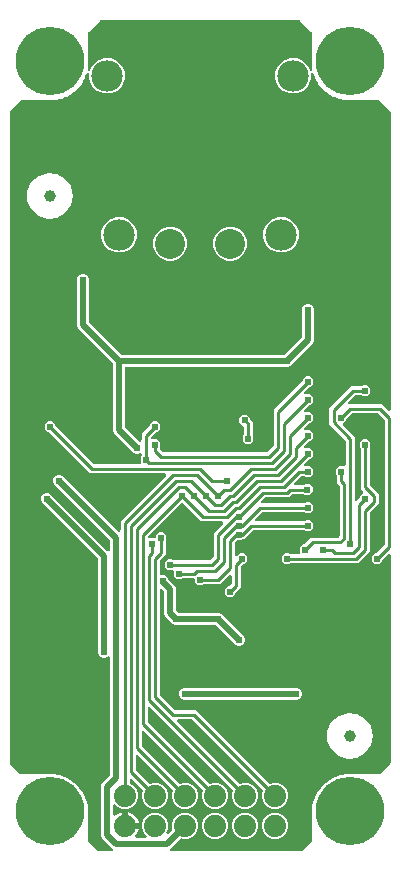
<source format=gbr>
G04 EAGLE Gerber RS-274X export*
G75*
%MOMM*%
%FSLAX34Y34*%
%LPD*%
%INGBL*%
%IPPOS*%
%AMOC8*
5,1,8,0,0,1.08239X$1,22.5*%
G01*
%ADD10C,2.667000*%
%ADD11C,5.800000*%
%ADD12C,1.108000*%
%ADD13C,1.879600*%
%ADD14C,1.000000*%
%ADD15C,0.604800*%
%ADD16C,0.254000*%
%ADD17C,2.540000*%
%ADD18C,0.508000*%

G36*
X-74882Y-351772D02*
X-74882Y-351772D01*
X-74744Y-351759D01*
X-74725Y-351752D01*
X-74705Y-351749D01*
X-74576Y-351698D01*
X-74445Y-351651D01*
X-74428Y-351640D01*
X-74409Y-351632D01*
X-74297Y-351551D01*
X-74181Y-351473D01*
X-74168Y-351457D01*
X-74152Y-351446D01*
X-74063Y-351338D01*
X-73971Y-351234D01*
X-73962Y-351216D01*
X-73949Y-351201D01*
X-73890Y-351075D01*
X-73826Y-350951D01*
X-73822Y-350931D01*
X-73813Y-350913D01*
X-73787Y-350776D01*
X-73757Y-350641D01*
X-73757Y-350620D01*
X-73754Y-350601D01*
X-73762Y-350462D01*
X-73766Y-350323D01*
X-73772Y-350303D01*
X-73773Y-350283D01*
X-73816Y-350151D01*
X-73855Y-350017D01*
X-73865Y-350000D01*
X-73871Y-349981D01*
X-73946Y-349863D01*
X-74016Y-349743D01*
X-74035Y-349722D01*
X-74041Y-349712D01*
X-74056Y-349698D01*
X-74123Y-349623D01*
X-75606Y-348140D01*
X-75606Y-348139D01*
X-81439Y-342306D01*
X-83047Y-340698D01*
X-83821Y-338831D01*
X-83821Y-296169D01*
X-83047Y-294302D01*
X-76572Y-287827D01*
X-76512Y-287749D01*
X-76444Y-287677D01*
X-76415Y-287624D01*
X-76378Y-287576D01*
X-76338Y-287485D01*
X-76290Y-287398D01*
X-76275Y-287340D01*
X-76251Y-287284D01*
X-76236Y-287186D01*
X-76211Y-287090D01*
X-76205Y-286990D01*
X-76201Y-286970D01*
X-76203Y-286958D01*
X-76201Y-286930D01*
X-76201Y-188050D01*
X-76216Y-187926D01*
X-76223Y-187819D01*
X-76229Y-187802D01*
X-76231Y-187774D01*
X-76238Y-187755D01*
X-76241Y-187735D01*
X-76292Y-187606D01*
X-76297Y-187589D01*
X-76321Y-187517D01*
X-76327Y-187507D01*
X-76339Y-187474D01*
X-76350Y-187458D01*
X-76358Y-187439D01*
X-76439Y-187327D01*
X-76472Y-187278D01*
X-76491Y-187248D01*
X-76495Y-187244D01*
X-76517Y-187211D01*
X-76533Y-187198D01*
X-76544Y-187182D01*
X-76652Y-187093D01*
X-76721Y-187031D01*
X-76723Y-187030D01*
X-76756Y-187001D01*
X-76774Y-186992D01*
X-76789Y-186979D01*
X-76915Y-186920D01*
X-77039Y-186856D01*
X-77059Y-186852D01*
X-77077Y-186843D01*
X-77214Y-186817D01*
X-77349Y-186787D01*
X-77370Y-186787D01*
X-77389Y-186784D01*
X-77456Y-186788D01*
X-77470Y-186787D01*
X-77476Y-186787D01*
X-77509Y-186791D01*
X-77528Y-186792D01*
X-77667Y-186796D01*
X-77687Y-186802D01*
X-77707Y-186803D01*
X-77771Y-186824D01*
X-77791Y-186827D01*
X-77845Y-186848D01*
X-77973Y-186885D01*
X-77990Y-186895D01*
X-78009Y-186901D01*
X-78058Y-186932D01*
X-78087Y-186944D01*
X-78150Y-186989D01*
X-78247Y-187046D01*
X-78268Y-187065D01*
X-78278Y-187071D01*
X-78292Y-187086D01*
X-78332Y-187122D01*
X-78344Y-187130D01*
X-78350Y-187137D01*
X-78368Y-187153D01*
X-78402Y-187187D01*
X-80269Y-187961D01*
X-82291Y-187961D01*
X-84158Y-187187D01*
X-85587Y-185758D01*
X-86361Y-183891D01*
X-86361Y-104230D01*
X-86373Y-104132D01*
X-86376Y-104033D01*
X-86393Y-103975D01*
X-86401Y-103915D01*
X-86437Y-103823D01*
X-86465Y-103728D01*
X-86495Y-103675D01*
X-86518Y-103619D01*
X-86576Y-103539D01*
X-86626Y-103454D01*
X-86692Y-103378D01*
X-86704Y-103362D01*
X-86714Y-103354D01*
X-86732Y-103333D01*
X-133847Y-56218D01*
X-134621Y-54351D01*
X-134621Y-52329D01*
X-133847Y-50462D01*
X-132418Y-49033D01*
X-130551Y-48259D01*
X-128529Y-48259D01*
X-126662Y-49033D01*
X-78367Y-97327D01*
X-78258Y-97413D01*
X-78151Y-97501D01*
X-78132Y-97510D01*
X-78116Y-97522D01*
X-77988Y-97578D01*
X-77863Y-97637D01*
X-77843Y-97640D01*
X-77824Y-97649D01*
X-77686Y-97670D01*
X-77550Y-97696D01*
X-77530Y-97695D01*
X-77510Y-97698D01*
X-77371Y-97685D01*
X-77233Y-97677D01*
X-77214Y-97671D01*
X-77194Y-97669D01*
X-77062Y-97621D01*
X-76931Y-97579D01*
X-76913Y-97568D01*
X-76894Y-97561D01*
X-76779Y-97483D01*
X-76662Y-97409D01*
X-76648Y-97394D01*
X-76631Y-97382D01*
X-76539Y-97278D01*
X-76444Y-97177D01*
X-76434Y-97159D01*
X-76421Y-97144D01*
X-76357Y-97020D01*
X-76290Y-96898D01*
X-76285Y-96879D01*
X-76276Y-96861D01*
X-76246Y-96725D01*
X-76211Y-96590D01*
X-76209Y-96562D01*
X-76206Y-96550D01*
X-76207Y-96530D01*
X-76201Y-96430D01*
X-76201Y-88990D01*
X-76213Y-88892D01*
X-76216Y-88793D01*
X-76233Y-88735D01*
X-76241Y-88675D01*
X-76277Y-88583D01*
X-76305Y-88488D01*
X-76335Y-88435D01*
X-76358Y-88379D01*
X-76416Y-88299D01*
X-76466Y-88214D01*
X-76532Y-88138D01*
X-76544Y-88122D01*
X-76554Y-88114D01*
X-76572Y-88093D01*
X-123687Y-40978D01*
X-124461Y-39111D01*
X-124461Y-37089D01*
X-123687Y-35222D01*
X-122258Y-33793D01*
X-120391Y-33019D01*
X-118369Y-33019D01*
X-116502Y-33793D01*
X-69477Y-80817D01*
X-69368Y-80903D01*
X-69261Y-80991D01*
X-69242Y-81000D01*
X-69226Y-81012D01*
X-69098Y-81068D01*
X-68973Y-81127D01*
X-68953Y-81130D01*
X-68934Y-81139D01*
X-68796Y-81160D01*
X-68660Y-81186D01*
X-68640Y-81185D01*
X-68620Y-81188D01*
X-68481Y-81175D01*
X-68343Y-81167D01*
X-68324Y-81161D01*
X-68304Y-81159D01*
X-68172Y-81111D01*
X-68041Y-81069D01*
X-68023Y-81058D01*
X-68004Y-81051D01*
X-67889Y-80973D01*
X-67772Y-80899D01*
X-67758Y-80884D01*
X-67741Y-80872D01*
X-67649Y-80768D01*
X-67554Y-80667D01*
X-67544Y-80649D01*
X-67531Y-80634D01*
X-67467Y-80510D01*
X-67400Y-80388D01*
X-67395Y-80369D01*
X-67386Y-80351D01*
X-67356Y-80215D01*
X-67321Y-80080D01*
X-67319Y-80052D01*
X-67316Y-80040D01*
X-67317Y-80020D01*
X-67311Y-79920D01*
X-67311Y-72082D01*
X-64707Y-69478D01*
X-29147Y-33917D01*
X-29061Y-33808D01*
X-28973Y-33701D01*
X-28964Y-33682D01*
X-28952Y-33666D01*
X-28896Y-33538D01*
X-28837Y-33413D01*
X-28833Y-33393D01*
X-28825Y-33374D01*
X-28803Y-33236D01*
X-28777Y-33100D01*
X-28779Y-33080D01*
X-28776Y-33060D01*
X-28789Y-32921D01*
X-28797Y-32783D01*
X-28803Y-32764D01*
X-28805Y-32744D01*
X-28853Y-32612D01*
X-28895Y-32481D01*
X-28906Y-32463D01*
X-28913Y-32444D01*
X-28991Y-32329D01*
X-29065Y-32212D01*
X-29080Y-32198D01*
X-29092Y-32181D01*
X-29196Y-32089D01*
X-29297Y-31994D01*
X-29315Y-31984D01*
X-29330Y-31971D01*
X-29454Y-31908D01*
X-29576Y-31840D01*
X-29595Y-31835D01*
X-29613Y-31826D01*
X-29749Y-31796D01*
X-29883Y-31761D01*
X-29912Y-31759D01*
X-29923Y-31756D01*
X-29944Y-31757D01*
X-30044Y-31751D01*
X-93018Y-31751D01*
X-95622Y-29147D01*
X-127469Y2700D01*
X-127547Y2760D01*
X-127619Y2828D01*
X-127672Y2857D01*
X-127720Y2894D01*
X-127811Y2934D01*
X-127898Y2982D01*
X-127956Y2997D01*
X-128012Y3021D01*
X-128110Y3036D01*
X-128206Y3061D01*
X-128306Y3067D01*
X-128326Y3071D01*
X-128338Y3069D01*
X-128366Y3071D01*
X-128884Y3071D01*
X-131549Y5736D01*
X-131549Y9504D01*
X-128884Y12169D01*
X-125116Y12169D01*
X-122451Y9504D01*
X-122451Y8986D01*
X-122439Y8888D01*
X-122436Y8789D01*
X-122419Y8731D01*
X-122411Y8671D01*
X-122375Y8579D01*
X-122347Y8483D01*
X-122317Y8431D01*
X-122294Y8375D01*
X-122236Y8295D01*
X-122186Y8210D01*
X-122120Y8134D01*
X-122108Y8118D01*
X-122098Y8110D01*
X-122080Y8089D01*
X-90233Y-23758D01*
X-90155Y-23818D01*
X-90083Y-23886D01*
X-90030Y-23915D01*
X-89982Y-23952D01*
X-89891Y-23992D01*
X-89804Y-24040D01*
X-89746Y-24055D01*
X-89690Y-24079D01*
X-89592Y-24094D01*
X-89496Y-24119D01*
X-89396Y-24125D01*
X-89376Y-24129D01*
X-89364Y-24127D01*
X-89336Y-24129D01*
X-51408Y-24129D01*
X-51270Y-24112D01*
X-51131Y-24099D01*
X-51112Y-24092D01*
X-51092Y-24089D01*
X-50963Y-24038D01*
X-50832Y-23991D01*
X-50815Y-23980D01*
X-50797Y-23972D01*
X-50684Y-23891D01*
X-50569Y-23813D01*
X-50556Y-23797D01*
X-50539Y-23786D01*
X-50450Y-23678D01*
X-50358Y-23574D01*
X-50349Y-23556D01*
X-50336Y-23541D01*
X-50277Y-23415D01*
X-50214Y-23291D01*
X-50209Y-23271D01*
X-50201Y-23253D01*
X-50175Y-23117D01*
X-50144Y-22981D01*
X-50145Y-22960D01*
X-50141Y-22941D01*
X-50150Y-22802D01*
X-50154Y-22663D01*
X-50160Y-22643D01*
X-50161Y-22623D01*
X-50204Y-22491D01*
X-50242Y-22357D01*
X-50253Y-22340D01*
X-50259Y-22321D01*
X-50269Y-22305D01*
X-50269Y-18436D01*
X-49902Y-18070D01*
X-49842Y-17991D01*
X-49774Y-17919D01*
X-49745Y-17866D01*
X-49708Y-17818D01*
X-49668Y-17727D01*
X-49620Y-17641D01*
X-49605Y-17582D01*
X-49581Y-17526D01*
X-49566Y-17429D01*
X-49541Y-17333D01*
X-49535Y-17233D01*
X-49531Y-17212D01*
X-49533Y-17200D01*
X-49531Y-17172D01*
X-49531Y-15981D01*
X-49537Y-15932D01*
X-49535Y-15882D01*
X-49557Y-15775D01*
X-49571Y-15666D01*
X-49589Y-15619D01*
X-49599Y-15571D01*
X-49647Y-15472D01*
X-49688Y-15370D01*
X-49717Y-15330D01*
X-49739Y-15285D01*
X-49810Y-15201D01*
X-49874Y-15112D01*
X-49913Y-15081D01*
X-49945Y-15043D01*
X-50035Y-14980D01*
X-50119Y-14910D01*
X-50164Y-14888D01*
X-50205Y-14860D01*
X-50308Y-14821D01*
X-50407Y-14774D01*
X-50456Y-14765D01*
X-50502Y-14747D01*
X-50612Y-14735D01*
X-50719Y-14714D01*
X-50769Y-14717D01*
X-50818Y-14712D01*
X-50927Y-14727D01*
X-51037Y-14734D01*
X-51084Y-14749D01*
X-51133Y-14756D01*
X-51286Y-14808D01*
X-52329Y-15241D01*
X-54351Y-15241D01*
X-56218Y-14467D01*
X-71279Y594D01*
X-71280Y594D01*
X-72887Y2202D01*
X-73661Y4069D01*
X-73661Y60870D01*
X-73673Y60968D01*
X-73676Y61067D01*
X-73693Y61125D01*
X-73701Y61185D01*
X-73737Y61277D01*
X-73765Y61372D01*
X-73795Y61425D01*
X-73818Y61481D01*
X-73876Y61561D01*
X-73926Y61646D01*
X-73992Y61722D01*
X-74004Y61738D01*
X-74014Y61746D01*
X-74032Y61767D01*
X-101759Y89494D01*
X-101760Y89494D01*
X-103367Y91102D01*
X-104141Y92969D01*
X-104141Y133091D01*
X-103367Y134958D01*
X-101938Y136387D01*
X-100071Y137161D01*
X-98049Y137161D01*
X-96182Y136387D01*
X-94753Y134958D01*
X-93979Y133091D01*
X-93979Y96610D01*
X-93967Y96512D01*
X-93964Y96413D01*
X-93947Y96355D01*
X-93939Y96295D01*
X-93903Y96203D01*
X-93875Y96108D01*
X-93845Y96055D01*
X-93822Y95999D01*
X-93764Y95919D01*
X-93714Y95834D01*
X-93648Y95758D01*
X-93636Y95742D01*
X-93626Y95734D01*
X-93608Y95713D01*
X-66847Y68952D01*
X-66769Y68892D01*
X-66697Y68824D01*
X-66644Y68795D01*
X-66596Y68758D01*
X-66505Y68718D01*
X-66418Y68670D01*
X-66360Y68655D01*
X-66304Y68631D01*
X-66206Y68616D01*
X-66110Y68591D01*
X-66010Y68585D01*
X-65990Y68581D01*
X-65978Y68583D01*
X-65950Y68581D01*
X71030Y68581D01*
X71128Y68593D01*
X71227Y68596D01*
X71285Y68613D01*
X71345Y68621D01*
X71437Y68657D01*
X71532Y68685D01*
X71585Y68715D01*
X71641Y68738D01*
X71721Y68796D01*
X71806Y68846D01*
X71882Y68912D01*
X71898Y68924D01*
X71906Y68934D01*
X71927Y68952D01*
X85988Y83013D01*
X86048Y83091D01*
X86116Y83163D01*
X86145Y83216D01*
X86182Y83264D01*
X86222Y83355D01*
X86270Y83442D01*
X86285Y83500D01*
X86309Y83556D01*
X86324Y83654D01*
X86349Y83750D01*
X86355Y83850D01*
X86359Y83870D01*
X86357Y83882D01*
X86359Y83910D01*
X86359Y107691D01*
X87133Y109558D01*
X88562Y110987D01*
X90429Y111761D01*
X92451Y111761D01*
X94318Y110987D01*
X95747Y109558D01*
X96521Y107691D01*
X96521Y80269D01*
X95747Y78402D01*
X76538Y59193D01*
X74671Y58419D01*
X-62230Y58419D01*
X-62348Y58404D01*
X-62467Y58397D01*
X-62505Y58384D01*
X-62546Y58379D01*
X-62656Y58336D01*
X-62769Y58299D01*
X-62804Y58277D01*
X-62841Y58262D01*
X-62937Y58193D01*
X-63038Y58129D01*
X-63066Y58099D01*
X-63099Y58076D01*
X-63175Y57984D01*
X-63256Y57897D01*
X-63276Y57862D01*
X-63301Y57831D01*
X-63352Y57723D01*
X-63410Y57619D01*
X-63420Y57579D01*
X-63437Y57543D01*
X-63459Y57426D01*
X-63489Y57311D01*
X-63493Y57251D01*
X-63497Y57231D01*
X-63495Y57210D01*
X-63499Y57150D01*
X-63499Y7710D01*
X-63487Y7612D01*
X-63484Y7513D01*
X-63467Y7455D01*
X-63459Y7395D01*
X-63423Y7303D01*
X-63395Y7208D01*
X-63365Y7155D01*
X-63342Y7099D01*
X-63284Y7019D01*
X-63234Y6934D01*
X-63168Y6858D01*
X-63156Y6842D01*
X-63146Y6834D01*
X-63128Y6813D01*
X-51697Y-4617D01*
X-51588Y-4703D01*
X-51481Y-4791D01*
X-51462Y-4800D01*
X-51446Y-4812D01*
X-51318Y-4868D01*
X-51193Y-4927D01*
X-51173Y-4930D01*
X-51154Y-4939D01*
X-51016Y-4960D01*
X-50880Y-4986D01*
X-50860Y-4985D01*
X-50840Y-4988D01*
X-50701Y-4975D01*
X-50563Y-4967D01*
X-50544Y-4961D01*
X-50524Y-4959D01*
X-50392Y-4911D01*
X-50261Y-4869D01*
X-50243Y-4858D01*
X-50224Y-4851D01*
X-50109Y-4773D01*
X-49992Y-4699D01*
X-49978Y-4684D01*
X-49961Y-4672D01*
X-49869Y-4568D01*
X-49774Y-4467D01*
X-49764Y-4449D01*
X-49751Y-4434D01*
X-49687Y-4310D01*
X-49620Y-4188D01*
X-49615Y-4169D01*
X-49606Y-4151D01*
X-49576Y-4015D01*
X-49541Y-3880D01*
X-49539Y-3852D01*
X-49536Y-3840D01*
X-49537Y-3820D01*
X-49531Y-3720D01*
X-49531Y1578D01*
X-43020Y8089D01*
X-42960Y8167D01*
X-42892Y8239D01*
X-42863Y8292D01*
X-42826Y8340D01*
X-42786Y8431D01*
X-42738Y8518D01*
X-42723Y8576D01*
X-42699Y8632D01*
X-42684Y8730D01*
X-42659Y8826D01*
X-42653Y8926D01*
X-42649Y8946D01*
X-42651Y8958D01*
X-42649Y8986D01*
X-42649Y9504D01*
X-39984Y12169D01*
X-36216Y12169D01*
X-33551Y9504D01*
X-33551Y5736D01*
X-36216Y3071D01*
X-36734Y3071D01*
X-36832Y3059D01*
X-36931Y3056D01*
X-36989Y3039D01*
X-37049Y3031D01*
X-37141Y2995D01*
X-37237Y2967D01*
X-37289Y2937D01*
X-37345Y2914D01*
X-37425Y2856D01*
X-37510Y2806D01*
X-37586Y2740D01*
X-37602Y2728D01*
X-37610Y2718D01*
X-37631Y2700D01*
X-41235Y-905D01*
X-41321Y-1014D01*
X-41409Y-1121D01*
X-41418Y-1140D01*
X-41430Y-1156D01*
X-41486Y-1284D01*
X-41545Y-1409D01*
X-41549Y-1429D01*
X-41557Y-1448D01*
X-41579Y-1586D01*
X-41605Y-1722D01*
X-41603Y-1742D01*
X-41606Y-1762D01*
X-41593Y-1901D01*
X-41585Y-2039D01*
X-41579Y-2058D01*
X-41577Y-2078D01*
X-41529Y-2210D01*
X-41487Y-2341D01*
X-41476Y-2359D01*
X-41469Y-2378D01*
X-41391Y-2493D01*
X-41317Y-2610D01*
X-41302Y-2624D01*
X-41290Y-2641D01*
X-41186Y-2733D01*
X-41085Y-2828D01*
X-41067Y-2838D01*
X-41052Y-2851D01*
X-40928Y-2915D01*
X-40806Y-2982D01*
X-40787Y-2987D01*
X-40769Y-2996D01*
X-40633Y-3026D01*
X-40499Y-3061D01*
X-40470Y-3063D01*
X-40459Y-3066D01*
X-40438Y-3065D01*
X-40338Y-3071D01*
X-36216Y-3071D01*
X-33551Y-5736D01*
X-33551Y-9504D01*
X-33831Y-9784D01*
X-33905Y-9879D01*
X-33983Y-9968D01*
X-34002Y-10004D01*
X-34026Y-10036D01*
X-34074Y-10145D01*
X-34128Y-10251D01*
X-34137Y-10290D01*
X-34153Y-10327D01*
X-34171Y-10445D01*
X-34197Y-10561D01*
X-34196Y-10602D01*
X-34203Y-10642D01*
X-34191Y-10760D01*
X-34188Y-10879D01*
X-34177Y-10918D01*
X-34173Y-10958D01*
X-34132Y-11070D01*
X-34099Y-11185D01*
X-34079Y-11219D01*
X-34065Y-11257D01*
X-33998Y-11356D01*
X-33938Y-11459D01*
X-33898Y-11504D01*
X-33887Y-11521D01*
X-33871Y-11534D01*
X-33831Y-11579D01*
X-31813Y-13598D01*
X-31735Y-13658D01*
X-31663Y-13726D01*
X-31610Y-13755D01*
X-31562Y-13792D01*
X-31471Y-13832D01*
X-31384Y-13880D01*
X-31326Y-13895D01*
X-31270Y-13919D01*
X-31172Y-13934D01*
X-31077Y-13959D01*
X-30976Y-13965D01*
X-30956Y-13969D01*
X-30944Y-13967D01*
X-30916Y-13969D01*
X56316Y-13969D01*
X56414Y-13957D01*
X56513Y-13954D01*
X56571Y-13937D01*
X56631Y-13929D01*
X56723Y-13893D01*
X56819Y-13865D01*
X56871Y-13835D01*
X56927Y-13812D01*
X57007Y-13754D01*
X57092Y-13704D01*
X57168Y-13638D01*
X57184Y-13626D01*
X57192Y-13616D01*
X57213Y-13598D01*
X61858Y-8953D01*
X61918Y-8875D01*
X61986Y-8803D01*
X62015Y-8750D01*
X62052Y-8702D01*
X62092Y-8611D01*
X62140Y-8524D01*
X62155Y-8466D01*
X62179Y-8410D01*
X62194Y-8312D01*
X62219Y-8216D01*
X62225Y-8116D01*
X62229Y-8096D01*
X62227Y-8084D01*
X62229Y-8056D01*
X62229Y21898D01*
X86520Y46189D01*
X86580Y46267D01*
X86648Y46339D01*
X86677Y46392D01*
X86714Y46440D01*
X86754Y46531D01*
X86802Y46618D01*
X86817Y46676D01*
X86841Y46732D01*
X86856Y46830D01*
X86881Y46926D01*
X86887Y47026D01*
X86891Y47046D01*
X86889Y47058D01*
X86891Y47086D01*
X86891Y47604D01*
X89556Y50269D01*
X93324Y50269D01*
X95989Y47604D01*
X95989Y43836D01*
X93324Y41171D01*
X92806Y41171D01*
X92708Y41159D01*
X92609Y41156D01*
X92551Y41139D01*
X92491Y41131D01*
X92399Y41095D01*
X92303Y41067D01*
X92251Y41037D01*
X92195Y41014D01*
X92115Y40956D01*
X92030Y40906D01*
X91954Y40840D01*
X91938Y40828D01*
X91930Y40818D01*
X91909Y40800D01*
X88305Y37195D01*
X88219Y37086D01*
X88131Y36979D01*
X88122Y36960D01*
X88110Y36944D01*
X88054Y36816D01*
X87995Y36691D01*
X87991Y36671D01*
X87983Y36652D01*
X87961Y36514D01*
X87935Y36378D01*
X87937Y36358D01*
X87934Y36338D01*
X87947Y36199D01*
X87955Y36061D01*
X87961Y36042D01*
X87963Y36022D01*
X88011Y35890D01*
X88053Y35759D01*
X88064Y35741D01*
X88071Y35722D01*
X88149Y35607D01*
X88223Y35490D01*
X88238Y35476D01*
X88250Y35459D01*
X88354Y35367D01*
X88455Y35272D01*
X88473Y35262D01*
X88488Y35249D01*
X88612Y35185D01*
X88734Y35118D01*
X88753Y35113D01*
X88771Y35104D01*
X88907Y35074D01*
X89041Y35039D01*
X89070Y35037D01*
X89081Y35034D01*
X89102Y35035D01*
X89202Y35029D01*
X93324Y35029D01*
X95989Y32364D01*
X95989Y28596D01*
X93324Y25931D01*
X92806Y25931D01*
X92708Y25919D01*
X92609Y25916D01*
X92551Y25899D01*
X92491Y25891D01*
X92399Y25855D01*
X92303Y25827D01*
X92251Y25797D01*
X92195Y25774D01*
X92115Y25716D01*
X92030Y25666D01*
X91954Y25600D01*
X91938Y25588D01*
X91930Y25578D01*
X91909Y25560D01*
X88305Y21955D01*
X88219Y21846D01*
X88131Y21739D01*
X88122Y21720D01*
X88110Y21704D01*
X88054Y21576D01*
X87995Y21451D01*
X87991Y21431D01*
X87983Y21412D01*
X87961Y21274D01*
X87935Y21138D01*
X87937Y21118D01*
X87934Y21098D01*
X87947Y20959D01*
X87955Y20821D01*
X87961Y20802D01*
X87963Y20782D01*
X88011Y20650D01*
X88053Y20519D01*
X88064Y20501D01*
X88071Y20482D01*
X88149Y20367D01*
X88223Y20250D01*
X88238Y20236D01*
X88250Y20219D01*
X88354Y20127D01*
X88455Y20032D01*
X88473Y20022D01*
X88488Y20009D01*
X88612Y19945D01*
X88734Y19878D01*
X88753Y19873D01*
X88771Y19864D01*
X88907Y19834D01*
X89041Y19799D01*
X89070Y19797D01*
X89081Y19794D01*
X89102Y19795D01*
X89202Y19789D01*
X93324Y19789D01*
X95989Y17124D01*
X95989Y13356D01*
X93324Y10691D01*
X92806Y10691D01*
X92708Y10679D01*
X92609Y10676D01*
X92551Y10659D01*
X92491Y10651D01*
X92399Y10615D01*
X92303Y10587D01*
X92251Y10557D01*
X92195Y10534D01*
X92115Y10476D01*
X92030Y10426D01*
X91954Y10360D01*
X91938Y10348D01*
X91930Y10338D01*
X91909Y10320D01*
X88305Y6715D01*
X88219Y6606D01*
X88131Y6499D01*
X88122Y6480D01*
X88110Y6464D01*
X88054Y6336D01*
X87995Y6211D01*
X87991Y6191D01*
X87983Y6172D01*
X87961Y6034D01*
X87935Y5898D01*
X87937Y5878D01*
X87934Y5858D01*
X87947Y5719D01*
X87955Y5581D01*
X87961Y5562D01*
X87963Y5542D01*
X88011Y5410D01*
X88053Y5279D01*
X88064Y5261D01*
X88071Y5242D01*
X88149Y5127D01*
X88223Y5010D01*
X88238Y4996D01*
X88250Y4979D01*
X88354Y4887D01*
X88455Y4792D01*
X88473Y4782D01*
X88488Y4769D01*
X88612Y4705D01*
X88734Y4638D01*
X88753Y4633D01*
X88771Y4624D01*
X88907Y4594D01*
X89041Y4559D01*
X89070Y4557D01*
X89081Y4554D01*
X89102Y4555D01*
X89202Y4549D01*
X93324Y4549D01*
X95989Y1884D01*
X95989Y-1884D01*
X93324Y-4549D01*
X92806Y-4549D01*
X92708Y-4561D01*
X92609Y-4564D01*
X92551Y-4581D01*
X92491Y-4589D01*
X92399Y-4625D01*
X92303Y-4653D01*
X92251Y-4683D01*
X92195Y-4706D01*
X92115Y-4764D01*
X92030Y-4814D01*
X91954Y-4880D01*
X91938Y-4892D01*
X91930Y-4902D01*
X91909Y-4920D01*
X88305Y-8525D01*
X88219Y-8634D01*
X88131Y-8741D01*
X88122Y-8760D01*
X88110Y-8776D01*
X88054Y-8904D01*
X87995Y-9029D01*
X87991Y-9049D01*
X87983Y-9068D01*
X87961Y-9206D01*
X87935Y-9342D01*
X87937Y-9362D01*
X87934Y-9382D01*
X87947Y-9521D01*
X87955Y-9659D01*
X87961Y-9678D01*
X87963Y-9698D01*
X88011Y-9830D01*
X88053Y-9961D01*
X88064Y-9979D01*
X88071Y-9998D01*
X88149Y-10113D01*
X88223Y-10230D01*
X88238Y-10244D01*
X88250Y-10261D01*
X88354Y-10353D01*
X88455Y-10448D01*
X88473Y-10458D01*
X88488Y-10471D01*
X88612Y-10535D01*
X88734Y-10602D01*
X88753Y-10607D01*
X88771Y-10616D01*
X88907Y-10646D01*
X89041Y-10681D01*
X89070Y-10683D01*
X89081Y-10686D01*
X89102Y-10685D01*
X89202Y-10691D01*
X93324Y-10691D01*
X95989Y-13356D01*
X95989Y-17124D01*
X93324Y-19789D01*
X92806Y-19789D01*
X92708Y-19801D01*
X92609Y-19804D01*
X92551Y-19821D01*
X92491Y-19829D01*
X92399Y-19865D01*
X92303Y-19893D01*
X92251Y-19923D01*
X92195Y-19946D01*
X92115Y-20004D01*
X92030Y-20054D01*
X91954Y-20120D01*
X91938Y-20132D01*
X91930Y-20142D01*
X91909Y-20160D01*
X88305Y-23765D01*
X88219Y-23874D01*
X88131Y-23981D01*
X88122Y-24000D01*
X88110Y-24016D01*
X88054Y-24144D01*
X87995Y-24269D01*
X87991Y-24289D01*
X87983Y-24308D01*
X87961Y-24446D01*
X87935Y-24582D01*
X87937Y-24602D01*
X87934Y-24622D01*
X87947Y-24761D01*
X87955Y-24899D01*
X87961Y-24918D01*
X87963Y-24938D01*
X88011Y-25070D01*
X88053Y-25201D01*
X88064Y-25219D01*
X88071Y-25238D01*
X88149Y-25353D01*
X88223Y-25470D01*
X88238Y-25484D01*
X88250Y-25501D01*
X88354Y-25593D01*
X88455Y-25688D01*
X88473Y-25698D01*
X88488Y-25711D01*
X88612Y-25775D01*
X88734Y-25842D01*
X88753Y-25847D01*
X88771Y-25856D01*
X88907Y-25886D01*
X89041Y-25921D01*
X89070Y-25923D01*
X89081Y-25926D01*
X89102Y-25925D01*
X89202Y-25931D01*
X93324Y-25931D01*
X95989Y-28596D01*
X95989Y-32364D01*
X93324Y-35029D01*
X89556Y-35029D01*
X89190Y-34662D01*
X89111Y-34602D01*
X89039Y-34534D01*
X88986Y-34505D01*
X88938Y-34468D01*
X88847Y-34428D01*
X88761Y-34380D01*
X88702Y-34365D01*
X88646Y-34341D01*
X88549Y-34326D01*
X88453Y-34301D01*
X88353Y-34295D01*
X88332Y-34291D01*
X88320Y-34293D01*
X88292Y-34291D01*
X85924Y-34291D01*
X85826Y-34303D01*
X85727Y-34306D01*
X85669Y-34323D01*
X85609Y-34331D01*
X85517Y-34367D01*
X85421Y-34395D01*
X85369Y-34425D01*
X85313Y-34448D01*
X85233Y-34506D01*
X85148Y-34556D01*
X85072Y-34622D01*
X85056Y-34634D01*
X85048Y-34644D01*
X85027Y-34662D01*
X79947Y-39743D01*
X79861Y-39852D01*
X79773Y-39959D01*
X79764Y-39978D01*
X79752Y-39994D01*
X79696Y-40122D01*
X79637Y-40247D01*
X79633Y-40267D01*
X79625Y-40286D01*
X79603Y-40424D01*
X79577Y-40560D01*
X79579Y-40580D01*
X79576Y-40600D01*
X79589Y-40739D01*
X79597Y-40877D01*
X79603Y-40896D01*
X79605Y-40916D01*
X79653Y-41048D01*
X79695Y-41179D01*
X79706Y-41197D01*
X79713Y-41216D01*
X79791Y-41331D01*
X79865Y-41448D01*
X79880Y-41462D01*
X79892Y-41479D01*
X79996Y-41571D01*
X80097Y-41666D01*
X80115Y-41676D01*
X80130Y-41689D01*
X80254Y-41753D01*
X80376Y-41820D01*
X80395Y-41825D01*
X80413Y-41834D01*
X80549Y-41864D01*
X80683Y-41899D01*
X80712Y-41901D01*
X80723Y-41904D01*
X80744Y-41903D01*
X80844Y-41909D01*
X87554Y-41909D01*
X87652Y-41897D01*
X87751Y-41894D01*
X87810Y-41877D01*
X87870Y-41869D01*
X87962Y-41833D01*
X88057Y-41805D01*
X88109Y-41775D01*
X88165Y-41752D01*
X88245Y-41694D01*
X88331Y-41644D01*
X88406Y-41578D01*
X88423Y-41566D01*
X88430Y-41556D01*
X88452Y-41538D01*
X88818Y-41171D01*
X92586Y-41171D01*
X95251Y-43836D01*
X95251Y-47604D01*
X92586Y-50269D01*
X88818Y-50269D01*
X88452Y-49902D01*
X88373Y-49842D01*
X88301Y-49774D01*
X88248Y-49745D01*
X88200Y-49708D01*
X88109Y-49668D01*
X88023Y-49620D01*
X87964Y-49605D01*
X87908Y-49581D01*
X87811Y-49566D01*
X87715Y-49541D01*
X87615Y-49535D01*
X87594Y-49531D01*
X87582Y-49533D01*
X87554Y-49531D01*
X78304Y-49531D01*
X78206Y-49543D01*
X78107Y-49546D01*
X78049Y-49563D01*
X77989Y-49571D01*
X77897Y-49607D01*
X77801Y-49635D01*
X77749Y-49665D01*
X77693Y-49688D01*
X77613Y-49746D01*
X77528Y-49796D01*
X77452Y-49862D01*
X77436Y-49874D01*
X77428Y-49884D01*
X77407Y-49902D01*
X75238Y-52071D01*
X55444Y-52071D01*
X55346Y-52083D01*
X55247Y-52086D01*
X55189Y-52103D01*
X55129Y-52111D01*
X55037Y-52147D01*
X54941Y-52175D01*
X54889Y-52205D01*
X54833Y-52228D01*
X54753Y-52286D01*
X54668Y-52336D01*
X54592Y-52402D01*
X54576Y-52414D01*
X54568Y-52424D01*
X54547Y-52442D01*
X52007Y-54983D01*
X51921Y-55092D01*
X51833Y-55199D01*
X51824Y-55218D01*
X51812Y-55234D01*
X51756Y-55362D01*
X51697Y-55487D01*
X51693Y-55507D01*
X51685Y-55526D01*
X51663Y-55664D01*
X51637Y-55800D01*
X51639Y-55820D01*
X51636Y-55840D01*
X51649Y-55979D01*
X51657Y-56117D01*
X51663Y-56136D01*
X51665Y-56156D01*
X51713Y-56288D01*
X51755Y-56419D01*
X51766Y-56437D01*
X51773Y-56456D01*
X51851Y-56571D01*
X51925Y-56688D01*
X51940Y-56702D01*
X51952Y-56719D01*
X52056Y-56811D01*
X52157Y-56906D01*
X52175Y-56916D01*
X52190Y-56929D01*
X52314Y-56993D01*
X52436Y-57060D01*
X52455Y-57065D01*
X52473Y-57074D01*
X52609Y-57104D01*
X52743Y-57139D01*
X52772Y-57141D01*
X52783Y-57144D01*
X52804Y-57143D01*
X52904Y-57149D01*
X88292Y-57149D01*
X88390Y-57137D01*
X88489Y-57134D01*
X88548Y-57117D01*
X88608Y-57109D01*
X88700Y-57073D01*
X88795Y-57045D01*
X88847Y-57015D01*
X88903Y-56992D01*
X88983Y-56934D01*
X89069Y-56884D01*
X89144Y-56818D01*
X89161Y-56806D01*
X89169Y-56796D01*
X89190Y-56777D01*
X89556Y-56411D01*
X93324Y-56411D01*
X95989Y-59076D01*
X95989Y-62844D01*
X93324Y-65509D01*
X89556Y-65509D01*
X89190Y-65143D01*
X89112Y-65082D01*
X89039Y-65014D01*
X88986Y-64985D01*
X88938Y-64948D01*
X88847Y-64908D01*
X88761Y-64860D01*
X88702Y-64845D01*
X88647Y-64821D01*
X88549Y-64806D01*
X88453Y-64781D01*
X88353Y-64775D01*
X88332Y-64771D01*
X88320Y-64773D01*
X88292Y-64771D01*
X52904Y-64771D01*
X52806Y-64783D01*
X52707Y-64786D01*
X52649Y-64803D01*
X52589Y-64811D01*
X52497Y-64847D01*
X52401Y-64875D01*
X52349Y-64905D01*
X52293Y-64928D01*
X52213Y-64986D01*
X52128Y-65036D01*
X52052Y-65102D01*
X52036Y-65114D01*
X52028Y-65124D01*
X52007Y-65142D01*
X46927Y-70223D01*
X46841Y-70332D01*
X46753Y-70439D01*
X46744Y-70458D01*
X46732Y-70474D01*
X46676Y-70602D01*
X46617Y-70727D01*
X46613Y-70747D01*
X46605Y-70766D01*
X46583Y-70904D01*
X46557Y-71040D01*
X46559Y-71060D01*
X46556Y-71080D01*
X46569Y-71219D01*
X46577Y-71357D01*
X46583Y-71376D01*
X46585Y-71396D01*
X46633Y-71528D01*
X46675Y-71659D01*
X46686Y-71677D01*
X46693Y-71696D01*
X46771Y-71811D01*
X46845Y-71928D01*
X46860Y-71942D01*
X46872Y-71959D01*
X46976Y-72051D01*
X47077Y-72146D01*
X47095Y-72156D01*
X47110Y-72169D01*
X47234Y-72233D01*
X47356Y-72300D01*
X47375Y-72305D01*
X47393Y-72314D01*
X47529Y-72344D01*
X47663Y-72379D01*
X47692Y-72381D01*
X47703Y-72384D01*
X47724Y-72383D01*
X47824Y-72389D01*
X88292Y-72389D01*
X88390Y-72377D01*
X88489Y-72374D01*
X88548Y-72357D01*
X88608Y-72349D01*
X88700Y-72313D01*
X88795Y-72285D01*
X88847Y-72255D01*
X88903Y-72232D01*
X88983Y-72174D01*
X89069Y-72124D01*
X89144Y-72058D01*
X89161Y-72046D01*
X89168Y-72036D01*
X89190Y-72018D01*
X89556Y-71651D01*
X93324Y-71651D01*
X95989Y-74316D01*
X95989Y-78084D01*
X93324Y-80749D01*
X89556Y-80749D01*
X89190Y-80382D01*
X89111Y-80322D01*
X89039Y-80254D01*
X88986Y-80225D01*
X88938Y-80188D01*
X88847Y-80148D01*
X88761Y-80100D01*
X88702Y-80085D01*
X88646Y-80061D01*
X88549Y-80046D01*
X88453Y-80021D01*
X88353Y-80015D01*
X88332Y-80011D01*
X88320Y-80013D01*
X88292Y-80011D01*
X45284Y-80011D01*
X45186Y-80023D01*
X45087Y-80026D01*
X45029Y-80043D01*
X44969Y-80051D01*
X44877Y-80087D01*
X44781Y-80115D01*
X44729Y-80145D01*
X44673Y-80168D01*
X44593Y-80226D01*
X44508Y-80276D01*
X44432Y-80342D01*
X44416Y-80354D01*
X44408Y-80364D01*
X44387Y-80382D01*
X37131Y-87638D01*
X36168Y-87638D01*
X36070Y-87650D01*
X35971Y-87653D01*
X35912Y-87670D01*
X35852Y-87678D01*
X35760Y-87714D01*
X35665Y-87742D01*
X35613Y-87772D01*
X35557Y-87795D01*
X35477Y-87853D01*
X35391Y-87903D01*
X35316Y-87969D01*
X35299Y-87981D01*
X35292Y-87991D01*
X35270Y-88009D01*
X34904Y-88376D01*
X31846Y-88376D01*
X31748Y-88388D01*
X31649Y-88391D01*
X31591Y-88408D01*
X31531Y-88416D01*
X31439Y-88452D01*
X31343Y-88480D01*
X31291Y-88510D01*
X31235Y-88533D01*
X31155Y-88591D01*
X31070Y-88641D01*
X30994Y-88707D01*
X30978Y-88719D01*
X30970Y-88729D01*
X30949Y-88747D01*
X29582Y-90114D01*
X29522Y-90192D01*
X29454Y-90264D01*
X29425Y-90317D01*
X29388Y-90365D01*
X29348Y-90456D01*
X29300Y-90543D01*
X29285Y-90601D01*
X29261Y-90657D01*
X29246Y-90755D01*
X29221Y-90851D01*
X29215Y-90951D01*
X29211Y-90971D01*
X29213Y-90983D01*
X29211Y-91011D01*
X29211Y-100992D01*
X29228Y-101130D01*
X29241Y-101269D01*
X29248Y-101288D01*
X29251Y-101308D01*
X29302Y-101437D01*
X29349Y-101568D01*
X29360Y-101585D01*
X29368Y-101603D01*
X29449Y-101716D01*
X29527Y-101831D01*
X29543Y-101844D01*
X29554Y-101861D01*
X29662Y-101950D01*
X29766Y-102041D01*
X29784Y-102051D01*
X29799Y-102064D01*
X29925Y-102123D01*
X30049Y-102186D01*
X30069Y-102190D01*
X30087Y-102199D01*
X30223Y-102225D01*
X30359Y-102256D01*
X30380Y-102255D01*
X30399Y-102259D01*
X30538Y-102250D01*
X30677Y-102246D01*
X30697Y-102240D01*
X30717Y-102239D01*
X30849Y-102196D01*
X30983Y-102158D01*
X31000Y-102147D01*
X31019Y-102141D01*
X31137Y-102066D01*
X31257Y-101996D01*
X31278Y-101978D01*
X31288Y-101971D01*
X31302Y-101956D01*
X31377Y-101890D01*
X33676Y-99591D01*
X37444Y-99591D01*
X40109Y-102256D01*
X40109Y-106024D01*
X37444Y-108689D01*
X36926Y-108689D01*
X36828Y-108701D01*
X36729Y-108704D01*
X36671Y-108721D01*
X36611Y-108729D01*
X36519Y-108765D01*
X36423Y-108793D01*
X36371Y-108823D01*
X36315Y-108846D01*
X36235Y-108904D01*
X36150Y-108954D01*
X36074Y-109020D01*
X36058Y-109032D01*
X36050Y-109042D01*
X36029Y-109060D01*
X34662Y-110427D01*
X34602Y-110505D01*
X34534Y-110577D01*
X34505Y-110630D01*
X34468Y-110678D01*
X34428Y-110769D01*
X34380Y-110856D01*
X34365Y-110914D01*
X34341Y-110970D01*
X34326Y-111068D01*
X34301Y-111163D01*
X34295Y-111264D01*
X34291Y-111284D01*
X34293Y-111296D01*
X34291Y-111324D01*
X34291Y-128578D01*
X31687Y-131182D01*
X30320Y-132549D01*
X30260Y-132627D01*
X30192Y-132699D01*
X30163Y-132752D01*
X30126Y-132800D01*
X30086Y-132891D01*
X30038Y-132978D01*
X30023Y-133036D01*
X29999Y-133092D01*
X29984Y-133190D01*
X29959Y-133285D01*
X29953Y-133386D01*
X29949Y-133406D01*
X29951Y-133418D01*
X29949Y-133446D01*
X29949Y-133964D01*
X27284Y-136629D01*
X23516Y-136629D01*
X20851Y-133964D01*
X20851Y-130196D01*
X23516Y-127531D01*
X24034Y-127531D01*
X24132Y-127519D01*
X24231Y-127516D01*
X24289Y-127499D01*
X24349Y-127491D01*
X24441Y-127455D01*
X24537Y-127427D01*
X24589Y-127397D01*
X24645Y-127374D01*
X24725Y-127316D01*
X24810Y-127266D01*
X24886Y-127200D01*
X24902Y-127188D01*
X24910Y-127178D01*
X24931Y-127160D01*
X26298Y-125793D01*
X26358Y-125715D01*
X26426Y-125643D01*
X26455Y-125590D01*
X26492Y-125542D01*
X26532Y-125451D01*
X26580Y-125364D01*
X26595Y-125306D01*
X26619Y-125250D01*
X26634Y-125152D01*
X26659Y-125056D01*
X26665Y-124956D01*
X26669Y-124936D01*
X26667Y-124924D01*
X26669Y-124896D01*
X26669Y-118944D01*
X26652Y-118807D01*
X26639Y-118668D01*
X26632Y-118649D01*
X26629Y-118629D01*
X26578Y-118500D01*
X26531Y-118369D01*
X26520Y-118352D01*
X26512Y-118333D01*
X26431Y-118221D01*
X26353Y-118105D01*
X26337Y-118092D01*
X26326Y-118076D01*
X26218Y-117987D01*
X26114Y-117895D01*
X26096Y-117886D01*
X26081Y-117873D01*
X25955Y-117814D01*
X25831Y-117750D01*
X25811Y-117746D01*
X25793Y-117737D01*
X25657Y-117711D01*
X25521Y-117681D01*
X25500Y-117681D01*
X25481Y-117677D01*
X25342Y-117686D01*
X25203Y-117690D01*
X25183Y-117696D01*
X25163Y-117697D01*
X25031Y-117740D01*
X24897Y-117779D01*
X24880Y-117789D01*
X24861Y-117795D01*
X24743Y-117870D01*
X24623Y-117940D01*
X24602Y-117959D01*
X24592Y-117965D01*
X24578Y-117980D01*
X24503Y-118047D01*
X16818Y-125731D01*
X3148Y-125731D01*
X3050Y-125743D01*
X2951Y-125746D01*
X2892Y-125763D01*
X2832Y-125771D01*
X2740Y-125807D01*
X2645Y-125835D01*
X2593Y-125865D01*
X2537Y-125888D01*
X2457Y-125946D01*
X2371Y-125996D01*
X2296Y-126062D01*
X2279Y-126074D01*
X2272Y-126084D01*
X2250Y-126102D01*
X1884Y-126469D01*
X-1884Y-126469D01*
X-4549Y-123804D01*
X-4549Y-121920D01*
X-4564Y-121802D01*
X-4571Y-121683D01*
X-4584Y-121645D01*
X-4589Y-121604D01*
X-4632Y-121494D01*
X-4669Y-121381D01*
X-4691Y-121346D01*
X-4706Y-121309D01*
X-4775Y-121213D01*
X-4839Y-121112D01*
X-4869Y-121084D01*
X-4892Y-121051D01*
X-4984Y-120975D01*
X-5071Y-120894D01*
X-5106Y-120874D01*
X-5137Y-120849D01*
X-5245Y-120798D01*
X-5349Y-120740D01*
X-5389Y-120730D01*
X-5425Y-120713D01*
X-5542Y-120691D01*
X-5657Y-120661D01*
X-5717Y-120657D01*
X-5737Y-120653D01*
X-5758Y-120655D01*
X-5818Y-120651D01*
X-14632Y-120651D01*
X-14730Y-120663D01*
X-14829Y-120666D01*
X-14888Y-120683D01*
X-14948Y-120691D01*
X-15040Y-120727D01*
X-15135Y-120755D01*
X-15187Y-120785D01*
X-15243Y-120808D01*
X-15323Y-120866D01*
X-15409Y-120916D01*
X-15484Y-120982D01*
X-15501Y-120994D01*
X-15509Y-121004D01*
X-15530Y-121023D01*
X-15896Y-121389D01*
X-19664Y-121389D01*
X-22329Y-118724D01*
X-22329Y-115038D01*
X-22344Y-114920D01*
X-22351Y-114801D01*
X-22364Y-114763D01*
X-22369Y-114722D01*
X-22412Y-114612D01*
X-22449Y-114499D01*
X-22471Y-114464D01*
X-22486Y-114427D01*
X-22555Y-114331D01*
X-22619Y-114230D01*
X-22649Y-114202D01*
X-22672Y-114169D01*
X-22764Y-114093D01*
X-22851Y-114012D01*
X-22886Y-113992D01*
X-22917Y-113967D01*
X-23025Y-113916D01*
X-23129Y-113858D01*
X-23169Y-113848D01*
X-23205Y-113831D01*
X-23322Y-113809D01*
X-23437Y-113779D01*
X-23497Y-113775D01*
X-23517Y-113771D01*
X-23538Y-113773D01*
X-23598Y-113769D01*
X-27284Y-113769D01*
X-29949Y-111104D01*
X-29949Y-107336D01*
X-27284Y-104671D01*
X-23516Y-104671D01*
X-23150Y-105038D01*
X-23071Y-105098D01*
X-22999Y-105166D01*
X-22946Y-105195D01*
X-22898Y-105232D01*
X-22807Y-105272D01*
X-22721Y-105320D01*
X-22662Y-105335D01*
X-22606Y-105359D01*
X-22509Y-105374D01*
X-22413Y-105399D01*
X-22313Y-105405D01*
X-22292Y-105409D01*
X-22280Y-105407D01*
X-22252Y-105409D01*
X8056Y-105409D01*
X8154Y-105397D01*
X8253Y-105394D01*
X8311Y-105377D01*
X8371Y-105369D01*
X8463Y-105333D01*
X8559Y-105305D01*
X8611Y-105275D01*
X8667Y-105252D01*
X8747Y-105194D01*
X8832Y-105144D01*
X8908Y-105078D01*
X8924Y-105066D01*
X8932Y-105056D01*
X8953Y-105038D01*
X11058Y-102933D01*
X11118Y-102855D01*
X11186Y-102783D01*
X11215Y-102730D01*
X11252Y-102682D01*
X11292Y-102591D01*
X11340Y-102504D01*
X11355Y-102446D01*
X11379Y-102390D01*
X11394Y-102292D01*
X11419Y-102196D01*
X11425Y-102096D01*
X11429Y-102076D01*
X11427Y-102064D01*
X11429Y-102036D01*
X11429Y-82242D01*
X19113Y-74557D01*
X19199Y-74448D01*
X19287Y-74341D01*
X19296Y-74322D01*
X19308Y-74306D01*
X19364Y-74178D01*
X19423Y-74053D01*
X19427Y-74033D01*
X19435Y-74014D01*
X19457Y-73876D01*
X19483Y-73740D01*
X19481Y-73720D01*
X19484Y-73700D01*
X19471Y-73561D01*
X19463Y-73423D01*
X19457Y-73404D01*
X19455Y-73384D01*
X19407Y-73252D01*
X19365Y-73121D01*
X19354Y-73103D01*
X19347Y-73084D01*
X19269Y-72969D01*
X19195Y-72852D01*
X19180Y-72838D01*
X19168Y-72821D01*
X19064Y-72729D01*
X18963Y-72634D01*
X18945Y-72624D01*
X18930Y-72611D01*
X18806Y-72547D01*
X18684Y-72480D01*
X18665Y-72475D01*
X18647Y-72466D01*
X18511Y-72436D01*
X18377Y-72401D01*
X18348Y-72399D01*
X18337Y-72396D01*
X18316Y-72397D01*
X18216Y-72391D01*
X962Y-72391D01*
X-1642Y-69787D01*
X-14343Y-57087D01*
X-14437Y-57014D01*
X-14526Y-56935D01*
X-14562Y-56917D01*
X-14594Y-56892D01*
X-14703Y-56844D01*
X-14809Y-56790D01*
X-14848Y-56781D01*
X-14886Y-56765D01*
X-15003Y-56747D01*
X-15119Y-56721D01*
X-15160Y-56722D01*
X-15200Y-56716D01*
X-15318Y-56727D01*
X-15437Y-56730D01*
X-15476Y-56742D01*
X-15516Y-56745D01*
X-15629Y-56786D01*
X-15743Y-56819D01*
X-15778Y-56839D01*
X-15816Y-56853D01*
X-15914Y-56920D01*
X-16017Y-56980D01*
X-16062Y-57020D01*
X-16079Y-57032D01*
X-16092Y-57047D01*
X-16138Y-57087D01*
X-43775Y-84725D01*
X-43861Y-84834D01*
X-43949Y-84941D01*
X-43958Y-84960D01*
X-43970Y-84976D01*
X-44026Y-85104D01*
X-44085Y-85229D01*
X-44089Y-85249D01*
X-44097Y-85268D01*
X-44119Y-85406D01*
X-44145Y-85542D01*
X-44143Y-85562D01*
X-44146Y-85582D01*
X-44133Y-85721D01*
X-44125Y-85859D01*
X-44119Y-85878D01*
X-44117Y-85898D01*
X-44069Y-86030D01*
X-44027Y-86161D01*
X-44016Y-86179D01*
X-44009Y-86198D01*
X-43931Y-86313D01*
X-43857Y-86430D01*
X-43842Y-86444D01*
X-43830Y-86461D01*
X-43726Y-86553D01*
X-43625Y-86648D01*
X-43607Y-86658D01*
X-43592Y-86671D01*
X-43468Y-86735D01*
X-43346Y-86802D01*
X-43327Y-86807D01*
X-43309Y-86816D01*
X-43173Y-86846D01*
X-43039Y-86881D01*
X-43010Y-86883D01*
X-42999Y-86886D01*
X-42978Y-86885D01*
X-42878Y-86891D01*
X-38838Y-86891D01*
X-38720Y-86876D01*
X-38601Y-86869D01*
X-38563Y-86856D01*
X-38522Y-86851D01*
X-38412Y-86808D01*
X-38299Y-86771D01*
X-38264Y-86749D01*
X-38227Y-86734D01*
X-38131Y-86665D01*
X-38030Y-86601D01*
X-38002Y-86571D01*
X-37969Y-86548D01*
X-37893Y-86456D01*
X-37812Y-86369D01*
X-37792Y-86334D01*
X-37767Y-86303D01*
X-37716Y-86195D01*
X-37658Y-86091D01*
X-37648Y-86051D01*
X-37631Y-86015D01*
X-37609Y-85898D01*
X-37579Y-85783D01*
X-37575Y-85723D01*
X-37571Y-85703D01*
X-37573Y-85682D01*
X-37569Y-85622D01*
X-37569Y-84476D01*
X-34904Y-81811D01*
X-31136Y-81811D01*
X-28471Y-84476D01*
X-28471Y-88244D01*
X-28838Y-88610D01*
X-28898Y-88689D01*
X-28966Y-88761D01*
X-28995Y-88814D01*
X-29032Y-88862D01*
X-29072Y-88953D01*
X-29120Y-89039D01*
X-29135Y-89098D01*
X-29159Y-89154D01*
X-29174Y-89251D01*
X-29199Y-89347D01*
X-29205Y-89447D01*
X-29209Y-89468D01*
X-29207Y-89480D01*
X-29209Y-89508D01*
X-29209Y-100638D01*
X-33918Y-105347D01*
X-33978Y-105425D01*
X-34046Y-105497D01*
X-34075Y-105550D01*
X-34112Y-105598D01*
X-34152Y-105689D01*
X-34200Y-105776D01*
X-34215Y-105834D01*
X-34239Y-105890D01*
X-34254Y-105988D01*
X-34279Y-106084D01*
X-34285Y-106184D01*
X-34289Y-106204D01*
X-34287Y-106216D01*
X-34289Y-106244D01*
X-34289Y-116843D01*
X-34283Y-116893D01*
X-34285Y-116944D01*
X-34263Y-117051D01*
X-34260Y-117072D01*
X-34260Y-117077D01*
X-34260Y-117079D01*
X-34249Y-117158D01*
X-34231Y-117206D01*
X-34220Y-117255D01*
X-34172Y-117353D01*
X-34162Y-117378D01*
X-34162Y-117379D01*
X-34162Y-117380D01*
X-34132Y-117454D01*
X-34103Y-117495D01*
X-34080Y-117541D01*
X-34009Y-117623D01*
X-33994Y-117644D01*
X-33992Y-117648D01*
X-33991Y-117649D01*
X-33946Y-117711D01*
X-33906Y-117744D01*
X-33873Y-117782D01*
X-33784Y-117845D01*
X-33771Y-117856D01*
X-33760Y-117866D01*
X-33756Y-117868D01*
X-33701Y-117914D01*
X-33655Y-117936D01*
X-33613Y-117965D01*
X-33511Y-118004D01*
X-33510Y-118004D01*
X-33482Y-118020D01*
X-33471Y-118022D01*
X-33413Y-118050D01*
X-33363Y-118059D01*
X-33315Y-118077D01*
X-33216Y-118088D01*
X-33174Y-118099D01*
X-33146Y-118101D01*
X-33101Y-118110D01*
X-33054Y-118107D01*
X-33039Y-118108D01*
X-32999Y-118112D01*
X-32980Y-118109D01*
X-30739Y-118109D01*
X-28872Y-118883D01*
X-27443Y-120312D01*
X-27340Y-120560D01*
X-27335Y-120568D01*
X-27333Y-120577D01*
X-27257Y-120706D01*
X-27182Y-120836D01*
X-27176Y-120843D01*
X-27171Y-120851D01*
X-27065Y-120972D01*
X-21093Y-126944D01*
X-20319Y-128811D01*
X-20319Y-147230D01*
X-20307Y-147328D01*
X-20304Y-147427D01*
X-20287Y-147485D01*
X-20279Y-147545D01*
X-20243Y-147637D01*
X-20215Y-147732D01*
X-20185Y-147785D01*
X-20162Y-147841D01*
X-20104Y-147921D01*
X-20054Y-148006D01*
X-19988Y-148082D01*
X-19976Y-148098D01*
X-19966Y-148106D01*
X-19948Y-148127D01*
X-18587Y-149488D01*
X-18509Y-149548D01*
X-18437Y-149616D01*
X-18384Y-149645D01*
X-18336Y-149682D01*
X-18245Y-149722D01*
X-18158Y-149770D01*
X-18100Y-149785D01*
X-18044Y-149809D01*
X-17946Y-149824D01*
X-17850Y-149849D01*
X-17750Y-149855D01*
X-17730Y-149859D01*
X-17718Y-149857D01*
X-17690Y-149859D01*
X16251Y-149859D01*
X18118Y-150633D01*
X37327Y-169842D01*
X38101Y-171709D01*
X38101Y-173731D01*
X37327Y-175598D01*
X35898Y-177027D01*
X34031Y-177801D01*
X32009Y-177801D01*
X30142Y-177027D01*
X13507Y-160392D01*
X13429Y-160332D01*
X13357Y-160264D01*
X13304Y-160235D01*
X13256Y-160198D01*
X13165Y-160158D01*
X13078Y-160110D01*
X13020Y-160095D01*
X12964Y-160071D01*
X12866Y-160056D01*
X12770Y-160031D01*
X12670Y-160025D01*
X12650Y-160021D01*
X12638Y-160023D01*
X12610Y-160021D01*
X-21331Y-160021D01*
X-23198Y-159247D01*
X-29707Y-152738D01*
X-30481Y-150871D01*
X-30481Y-132452D01*
X-30493Y-132354D01*
X-30496Y-132255D01*
X-30513Y-132197D01*
X-30521Y-132137D01*
X-30557Y-132045D01*
X-30585Y-131950D01*
X-30615Y-131897D01*
X-30638Y-131841D01*
X-30696Y-131761D01*
X-30746Y-131676D01*
X-30812Y-131600D01*
X-30824Y-131584D01*
X-30834Y-131576D01*
X-30852Y-131555D01*
X-32123Y-130285D01*
X-32232Y-130200D01*
X-32339Y-130111D01*
X-32358Y-130102D01*
X-32374Y-130090D01*
X-32501Y-130035D01*
X-32627Y-129975D01*
X-32647Y-129972D01*
X-32666Y-129963D01*
X-32804Y-129942D01*
X-32940Y-129916D01*
X-32960Y-129917D01*
X-32980Y-129914D01*
X-33119Y-129927D01*
X-33257Y-129935D01*
X-33276Y-129941D01*
X-33296Y-129943D01*
X-33428Y-129991D01*
X-33559Y-130033D01*
X-33577Y-130044D01*
X-33596Y-130051D01*
X-33711Y-130129D01*
X-33828Y-130203D01*
X-33842Y-130218D01*
X-33859Y-130230D01*
X-33951Y-130334D01*
X-34046Y-130435D01*
X-34056Y-130453D01*
X-34069Y-130468D01*
X-34133Y-130592D01*
X-34200Y-130714D01*
X-34205Y-130733D01*
X-34214Y-130751D01*
X-34244Y-130887D01*
X-34279Y-131022D01*
X-34281Y-131050D01*
X-34284Y-131062D01*
X-34283Y-131082D01*
X-34289Y-131182D01*
X-34289Y-218876D01*
X-34277Y-218974D01*
X-34274Y-219073D01*
X-34257Y-219131D01*
X-34249Y-219191D01*
X-34213Y-219283D01*
X-34185Y-219379D01*
X-34155Y-219431D01*
X-34132Y-219487D01*
X-34074Y-219567D01*
X-34024Y-219652D01*
X-33958Y-219728D01*
X-33946Y-219744D01*
X-33936Y-219752D01*
X-33918Y-219773D01*
X-21653Y-232038D01*
X-21575Y-232098D01*
X-21503Y-232166D01*
X-21450Y-232195D01*
X-21402Y-232232D01*
X-21311Y-232272D01*
X-21224Y-232320D01*
X-21166Y-232335D01*
X-21110Y-232359D01*
X-21012Y-232374D01*
X-20916Y-232399D01*
X-20816Y-232405D01*
X-20796Y-232409D01*
X-20784Y-232407D01*
X-20756Y-232409D01*
X-3502Y-232409D01*
X-898Y-235013D01*
X58351Y-294262D01*
X58375Y-294280D01*
X58394Y-294303D01*
X58500Y-294377D01*
X58602Y-294457D01*
X58630Y-294469D01*
X58654Y-294486D01*
X58775Y-294532D01*
X58894Y-294583D01*
X58923Y-294588D01*
X58951Y-294598D01*
X59080Y-294613D01*
X59208Y-294633D01*
X59238Y-294630D01*
X59267Y-294634D01*
X59396Y-294615D01*
X59525Y-294603D01*
X59553Y-294593D01*
X59582Y-294589D01*
X59734Y-294537D01*
X61327Y-293877D01*
X65673Y-293877D01*
X69687Y-295540D01*
X72760Y-298613D01*
X74423Y-302627D01*
X74423Y-306973D01*
X72760Y-310987D01*
X69687Y-314060D01*
X65673Y-315723D01*
X61327Y-315723D01*
X57313Y-314060D01*
X54240Y-310987D01*
X52577Y-306973D01*
X52577Y-302627D01*
X53237Y-301034D01*
X53245Y-301006D01*
X53258Y-300980D01*
X53287Y-300853D01*
X53321Y-300728D01*
X53322Y-300698D01*
X53328Y-300669D01*
X53324Y-300540D01*
X53326Y-300410D01*
X53319Y-300381D01*
X53318Y-300351D01*
X53282Y-300227D01*
X53252Y-300100D01*
X53238Y-300074D01*
X53230Y-300046D01*
X53164Y-299934D01*
X53103Y-299819D01*
X53083Y-299797D01*
X53068Y-299772D01*
X52962Y-299651D01*
X-6287Y-240402D01*
X-6365Y-240342D01*
X-6437Y-240274D01*
X-6490Y-240245D01*
X-6538Y-240208D01*
X-6629Y-240168D01*
X-6716Y-240120D01*
X-6774Y-240105D01*
X-6830Y-240081D01*
X-6928Y-240066D01*
X-7024Y-240041D01*
X-7124Y-240035D01*
X-7144Y-240031D01*
X-7156Y-240033D01*
X-7184Y-240031D01*
X-18216Y-240031D01*
X-18353Y-240048D01*
X-18492Y-240061D01*
X-18511Y-240068D01*
X-18531Y-240071D01*
X-18660Y-240122D01*
X-18791Y-240169D01*
X-18808Y-240180D01*
X-18827Y-240188D01*
X-18939Y-240269D01*
X-19055Y-240347D01*
X-19068Y-240363D01*
X-19084Y-240374D01*
X-19173Y-240482D01*
X-19265Y-240586D01*
X-19274Y-240604D01*
X-19287Y-240619D01*
X-19346Y-240745D01*
X-19410Y-240869D01*
X-19414Y-240889D01*
X-19423Y-240907D01*
X-19449Y-241043D01*
X-19479Y-241179D01*
X-19479Y-241200D01*
X-19483Y-241219D01*
X-19474Y-241358D01*
X-19470Y-241497D01*
X-19464Y-241517D01*
X-19463Y-241537D01*
X-19420Y-241669D01*
X-19381Y-241803D01*
X-19371Y-241820D01*
X-19365Y-241839D01*
X-19290Y-241957D01*
X-19220Y-242077D01*
X-19201Y-242098D01*
X-19195Y-242108D01*
X-19180Y-242122D01*
X-19113Y-242197D01*
X32951Y-294262D01*
X32975Y-294280D01*
X32994Y-294303D01*
X33100Y-294377D01*
X33202Y-294457D01*
X33230Y-294469D01*
X33254Y-294486D01*
X33375Y-294532D01*
X33494Y-294583D01*
X33523Y-294588D01*
X33551Y-294598D01*
X33680Y-294613D01*
X33808Y-294633D01*
X33838Y-294630D01*
X33867Y-294634D01*
X33996Y-294615D01*
X34125Y-294603D01*
X34153Y-294593D01*
X34182Y-294589D01*
X34334Y-294537D01*
X35927Y-293877D01*
X40273Y-293877D01*
X44287Y-295540D01*
X47360Y-298613D01*
X49023Y-302627D01*
X49023Y-306973D01*
X47360Y-310987D01*
X44287Y-314060D01*
X40273Y-315723D01*
X35927Y-315723D01*
X31913Y-314060D01*
X28840Y-310987D01*
X27177Y-306973D01*
X27177Y-302627D01*
X27837Y-301034D01*
X27845Y-301006D01*
X27858Y-300980D01*
X27887Y-300853D01*
X27921Y-300728D01*
X27922Y-300698D01*
X27928Y-300669D01*
X27924Y-300540D01*
X27926Y-300410D01*
X27919Y-300381D01*
X27918Y-300351D01*
X27882Y-300227D01*
X27852Y-300100D01*
X27838Y-300074D01*
X27830Y-300046D01*
X27764Y-299934D01*
X27703Y-299819D01*
X27683Y-299797D01*
X27668Y-299772D01*
X27562Y-299651D01*
X-42283Y-229807D01*
X-42392Y-229721D01*
X-42499Y-229633D01*
X-42518Y-229624D01*
X-42534Y-229612D01*
X-42662Y-229556D01*
X-42787Y-229497D01*
X-42807Y-229493D01*
X-42826Y-229485D01*
X-42964Y-229463D01*
X-43100Y-229437D01*
X-43120Y-229439D01*
X-43140Y-229436D01*
X-43279Y-229449D01*
X-43417Y-229457D01*
X-43436Y-229463D01*
X-43456Y-229465D01*
X-43588Y-229513D01*
X-43719Y-229555D01*
X-43737Y-229566D01*
X-43756Y-229573D01*
X-43871Y-229651D01*
X-43988Y-229725D01*
X-44002Y-229740D01*
X-44019Y-229752D01*
X-44111Y-229856D01*
X-44206Y-229957D01*
X-44216Y-229975D01*
X-44229Y-229990D01*
X-44293Y-230114D01*
X-44360Y-230236D01*
X-44365Y-230255D01*
X-44374Y-230273D01*
X-44404Y-230409D01*
X-44439Y-230543D01*
X-44441Y-230572D01*
X-44444Y-230583D01*
X-44443Y-230604D01*
X-44449Y-230704D01*
X-44449Y-241736D01*
X-44437Y-241834D01*
X-44434Y-241933D01*
X-44417Y-241991D01*
X-44409Y-242051D01*
X-44373Y-242143D01*
X-44345Y-242239D01*
X-44315Y-242291D01*
X-44292Y-242347D01*
X-44234Y-242427D01*
X-44184Y-242512D01*
X-44118Y-242588D01*
X-44106Y-242604D01*
X-44096Y-242612D01*
X-44078Y-242633D01*
X7551Y-294262D01*
X7575Y-294280D01*
X7594Y-294303D01*
X7700Y-294377D01*
X7802Y-294457D01*
X7830Y-294469D01*
X7854Y-294486D01*
X7975Y-294532D01*
X8094Y-294583D01*
X8123Y-294588D01*
X8151Y-294598D01*
X8280Y-294613D01*
X8408Y-294633D01*
X8438Y-294630D01*
X8467Y-294634D01*
X8596Y-294615D01*
X8725Y-294603D01*
X8753Y-294593D01*
X8782Y-294589D01*
X8934Y-294537D01*
X10527Y-293877D01*
X14873Y-293877D01*
X18887Y-295540D01*
X21960Y-298613D01*
X23623Y-302627D01*
X23623Y-306973D01*
X21960Y-310987D01*
X18887Y-314060D01*
X14873Y-315723D01*
X10527Y-315723D01*
X6513Y-314060D01*
X3440Y-310987D01*
X1777Y-306973D01*
X1777Y-302627D01*
X2437Y-301034D01*
X2445Y-301006D01*
X2458Y-300980D01*
X2487Y-300853D01*
X2521Y-300728D01*
X2522Y-300698D01*
X2528Y-300669D01*
X2524Y-300540D01*
X2526Y-300410D01*
X2519Y-300381D01*
X2518Y-300351D01*
X2482Y-300227D01*
X2452Y-300100D01*
X2438Y-300074D01*
X2430Y-300046D01*
X2364Y-299934D01*
X2303Y-299819D01*
X2283Y-299797D01*
X2268Y-299772D01*
X2162Y-299651D01*
X-47363Y-250127D01*
X-47472Y-250041D01*
X-47579Y-249953D01*
X-47598Y-249944D01*
X-47614Y-249932D01*
X-47742Y-249876D01*
X-47867Y-249817D01*
X-47887Y-249813D01*
X-47906Y-249805D01*
X-48044Y-249783D01*
X-48180Y-249757D01*
X-48200Y-249759D01*
X-48220Y-249756D01*
X-48359Y-249769D01*
X-48497Y-249777D01*
X-48516Y-249783D01*
X-48536Y-249785D01*
X-48668Y-249833D01*
X-48799Y-249875D01*
X-48817Y-249886D01*
X-48836Y-249893D01*
X-48951Y-249971D01*
X-49068Y-250045D01*
X-49082Y-250060D01*
X-49099Y-250072D01*
X-49191Y-250176D01*
X-49286Y-250277D01*
X-49296Y-250295D01*
X-49309Y-250310D01*
X-49373Y-250434D01*
X-49440Y-250556D01*
X-49445Y-250575D01*
X-49454Y-250593D01*
X-49484Y-250729D01*
X-49519Y-250863D01*
X-49521Y-250892D01*
X-49524Y-250903D01*
X-49523Y-250924D01*
X-49529Y-251024D01*
X-49529Y-262056D01*
X-49517Y-262154D01*
X-49514Y-262253D01*
X-49497Y-262311D01*
X-49489Y-262371D01*
X-49453Y-262463D01*
X-49425Y-262559D01*
X-49395Y-262611D01*
X-49372Y-262667D01*
X-49314Y-262747D01*
X-49264Y-262832D01*
X-49198Y-262908D01*
X-49186Y-262924D01*
X-49176Y-262932D01*
X-49158Y-262953D01*
X-17849Y-294262D01*
X-17825Y-294280D01*
X-17806Y-294303D01*
X-17700Y-294377D01*
X-17598Y-294457D01*
X-17570Y-294469D01*
X-17546Y-294486D01*
X-17425Y-294532D01*
X-17306Y-294583D01*
X-17277Y-294588D01*
X-17249Y-294598D01*
X-17120Y-294613D01*
X-16992Y-294633D01*
X-16962Y-294630D01*
X-16933Y-294634D01*
X-16804Y-294615D01*
X-16675Y-294603D01*
X-16647Y-294593D01*
X-16618Y-294589D01*
X-16466Y-294537D01*
X-14873Y-293877D01*
X-10527Y-293877D01*
X-6513Y-295540D01*
X-3440Y-298613D01*
X-1777Y-302627D01*
X-1777Y-306973D01*
X-3440Y-310987D01*
X-6513Y-314060D01*
X-10527Y-315723D01*
X-14873Y-315723D01*
X-18887Y-314060D01*
X-21960Y-310987D01*
X-23623Y-306973D01*
X-23623Y-302627D01*
X-22963Y-301034D01*
X-22955Y-301006D01*
X-22942Y-300980D01*
X-22913Y-300853D01*
X-22879Y-300728D01*
X-22878Y-300698D01*
X-22872Y-300669D01*
X-22876Y-300540D01*
X-22874Y-300410D01*
X-22881Y-300381D01*
X-22882Y-300351D01*
X-22918Y-300227D01*
X-22948Y-300100D01*
X-22962Y-300074D01*
X-22970Y-300046D01*
X-23036Y-299934D01*
X-23097Y-299819D01*
X-23117Y-299797D01*
X-23132Y-299772D01*
X-23238Y-299651D01*
X-52443Y-270447D01*
X-52552Y-270361D01*
X-52659Y-270273D01*
X-52678Y-270264D01*
X-52694Y-270252D01*
X-52822Y-270196D01*
X-52947Y-270137D01*
X-52967Y-270133D01*
X-52986Y-270125D01*
X-53124Y-270103D01*
X-53260Y-270077D01*
X-53280Y-270079D01*
X-53300Y-270076D01*
X-53439Y-270089D01*
X-53577Y-270097D01*
X-53596Y-270103D01*
X-53616Y-270105D01*
X-53748Y-270153D01*
X-53879Y-270195D01*
X-53897Y-270206D01*
X-53916Y-270213D01*
X-54031Y-270291D01*
X-54148Y-270365D01*
X-54162Y-270380D01*
X-54179Y-270392D01*
X-54271Y-270496D01*
X-54366Y-270597D01*
X-54376Y-270615D01*
X-54389Y-270630D01*
X-54453Y-270754D01*
X-54520Y-270876D01*
X-54525Y-270895D01*
X-54534Y-270913D01*
X-54564Y-271049D01*
X-54599Y-271183D01*
X-54601Y-271212D01*
X-54604Y-271223D01*
X-54603Y-271244D01*
X-54609Y-271344D01*
X-54609Y-282376D01*
X-54597Y-282474D01*
X-54594Y-282573D01*
X-54577Y-282631D01*
X-54569Y-282691D01*
X-54533Y-282783D01*
X-54505Y-282879D01*
X-54475Y-282931D01*
X-54452Y-282987D01*
X-54394Y-283067D01*
X-54344Y-283152D01*
X-54278Y-283228D01*
X-54266Y-283244D01*
X-54256Y-283252D01*
X-54238Y-283273D01*
X-43249Y-294262D01*
X-43225Y-294280D01*
X-43206Y-294303D01*
X-43100Y-294377D01*
X-42998Y-294457D01*
X-42970Y-294469D01*
X-42946Y-294486D01*
X-42825Y-294532D01*
X-42706Y-294583D01*
X-42677Y-294588D01*
X-42649Y-294598D01*
X-42520Y-294613D01*
X-42392Y-294633D01*
X-42362Y-294630D01*
X-42333Y-294634D01*
X-42204Y-294615D01*
X-42075Y-294603D01*
X-42047Y-294593D01*
X-42018Y-294589D01*
X-41866Y-294537D01*
X-40273Y-293877D01*
X-35927Y-293877D01*
X-31913Y-295540D01*
X-28840Y-298613D01*
X-27177Y-302627D01*
X-27177Y-306973D01*
X-28840Y-310987D01*
X-31913Y-314060D01*
X-35927Y-315723D01*
X-40273Y-315723D01*
X-44287Y-314060D01*
X-47360Y-310987D01*
X-49023Y-306973D01*
X-49023Y-302627D01*
X-48363Y-301034D01*
X-48355Y-301006D01*
X-48342Y-300980D01*
X-48313Y-300853D01*
X-48279Y-300728D01*
X-48278Y-300698D01*
X-48272Y-300669D01*
X-48276Y-300540D01*
X-48274Y-300410D01*
X-48281Y-300381D01*
X-48282Y-300351D01*
X-48318Y-300227D01*
X-48348Y-300100D01*
X-48362Y-300074D01*
X-48370Y-300046D01*
X-48436Y-299934D01*
X-48497Y-299819D01*
X-48517Y-299797D01*
X-48532Y-299772D01*
X-48638Y-299651D01*
X-57523Y-290767D01*
X-57632Y-290681D01*
X-57739Y-290593D01*
X-57758Y-290584D01*
X-57774Y-290572D01*
X-57902Y-290516D01*
X-58027Y-290457D01*
X-58047Y-290453D01*
X-58066Y-290445D01*
X-58204Y-290423D01*
X-58340Y-290397D01*
X-58360Y-290399D01*
X-58380Y-290396D01*
X-58519Y-290409D01*
X-58657Y-290417D01*
X-58676Y-290423D01*
X-58696Y-290425D01*
X-58828Y-290473D01*
X-58959Y-290515D01*
X-58977Y-290526D01*
X-58996Y-290533D01*
X-59111Y-290611D01*
X-59228Y-290685D01*
X-59242Y-290700D01*
X-59259Y-290712D01*
X-59351Y-290816D01*
X-59446Y-290917D01*
X-59456Y-290935D01*
X-59469Y-290950D01*
X-59533Y-291074D01*
X-59600Y-291196D01*
X-59605Y-291215D01*
X-59614Y-291233D01*
X-59644Y-291369D01*
X-59679Y-291503D01*
X-59681Y-291532D01*
X-59684Y-291543D01*
X-59683Y-291564D01*
X-59689Y-291664D01*
X-59689Y-293708D01*
X-59686Y-293737D01*
X-59688Y-293766D01*
X-59666Y-293895D01*
X-59649Y-294023D01*
X-59639Y-294051D01*
X-59634Y-294080D01*
X-59580Y-294198D01*
X-59532Y-294319D01*
X-59515Y-294343D01*
X-59503Y-294370D01*
X-59422Y-294471D01*
X-59346Y-294576D01*
X-59323Y-294595D01*
X-59304Y-294618D01*
X-59201Y-294696D01*
X-59101Y-294779D01*
X-59074Y-294792D01*
X-59050Y-294809D01*
X-58906Y-294880D01*
X-57313Y-295540D01*
X-54240Y-298613D01*
X-52577Y-302627D01*
X-52577Y-306973D01*
X-54240Y-310987D01*
X-57313Y-314060D01*
X-61327Y-315723D01*
X-65673Y-315723D01*
X-69687Y-314060D01*
X-71493Y-312255D01*
X-71602Y-312169D01*
X-71709Y-312081D01*
X-71728Y-312072D01*
X-71744Y-312060D01*
X-71872Y-312004D01*
X-71997Y-311945D01*
X-72017Y-311941D01*
X-72036Y-311933D01*
X-72174Y-311911D01*
X-72310Y-311885D01*
X-72330Y-311887D01*
X-72350Y-311883D01*
X-72489Y-311896D01*
X-72627Y-311905D01*
X-72646Y-311911D01*
X-72666Y-311913D01*
X-72798Y-311960D01*
X-72929Y-312003D01*
X-72947Y-312014D01*
X-72966Y-312021D01*
X-73081Y-312099D01*
X-73198Y-312173D01*
X-73212Y-312188D01*
X-73229Y-312199D01*
X-73321Y-312304D01*
X-73416Y-312405D01*
X-73426Y-312423D01*
X-73439Y-312438D01*
X-73503Y-312562D01*
X-73570Y-312683D01*
X-73575Y-312703D01*
X-73584Y-312721D01*
X-73614Y-312857D01*
X-73649Y-312991D01*
X-73651Y-313019D01*
X-73654Y-313031D01*
X-73653Y-313052D01*
X-73659Y-313152D01*
X-73659Y-320411D01*
X-73642Y-320549D01*
X-73629Y-320688D01*
X-73622Y-320707D01*
X-73619Y-320727D01*
X-73568Y-320856D01*
X-73521Y-320987D01*
X-73510Y-321004D01*
X-73502Y-321022D01*
X-73421Y-321135D01*
X-73343Y-321250D01*
X-73327Y-321263D01*
X-73316Y-321280D01*
X-73208Y-321368D01*
X-73104Y-321460D01*
X-73086Y-321470D01*
X-73071Y-321483D01*
X-72945Y-321542D01*
X-72821Y-321605D01*
X-72801Y-321609D01*
X-72783Y-321618D01*
X-72647Y-321644D01*
X-72511Y-321675D01*
X-72490Y-321674D01*
X-72471Y-321678D01*
X-72332Y-321669D01*
X-72193Y-321665D01*
X-72173Y-321659D01*
X-72153Y-321658D01*
X-72021Y-321615D01*
X-71887Y-321577D01*
X-71870Y-321566D01*
X-71851Y-321560D01*
X-71733Y-321486D01*
X-71613Y-321415D01*
X-71592Y-321396D01*
X-71582Y-321390D01*
X-71568Y-321375D01*
X-71492Y-321309D01*
X-71278Y-321094D01*
X-69757Y-319989D01*
X-68083Y-319136D01*
X-66296Y-318555D01*
X-66039Y-318515D01*
X-66039Y-328930D01*
X-66024Y-329048D01*
X-66017Y-329167D01*
X-66004Y-329205D01*
X-65999Y-329245D01*
X-65956Y-329356D01*
X-65919Y-329469D01*
X-65897Y-329503D01*
X-65882Y-329541D01*
X-65812Y-329637D01*
X-65749Y-329738D01*
X-65719Y-329766D01*
X-65695Y-329798D01*
X-65604Y-329874D01*
X-65517Y-329956D01*
X-65482Y-329975D01*
X-65451Y-330001D01*
X-65343Y-330052D01*
X-65239Y-330109D01*
X-65199Y-330120D01*
X-65163Y-330137D01*
X-65046Y-330159D01*
X-64931Y-330189D01*
X-64870Y-330193D01*
X-64850Y-330197D01*
X-64830Y-330195D01*
X-64770Y-330199D01*
X-63499Y-330199D01*
X-63499Y-331470D01*
X-63484Y-331588D01*
X-63477Y-331707D01*
X-63464Y-331745D01*
X-63459Y-331785D01*
X-63415Y-331896D01*
X-63379Y-332009D01*
X-63357Y-332044D01*
X-63342Y-332081D01*
X-63272Y-332177D01*
X-63209Y-332278D01*
X-63179Y-332306D01*
X-63155Y-332339D01*
X-63064Y-332414D01*
X-62977Y-332496D01*
X-62942Y-332516D01*
X-62910Y-332541D01*
X-62803Y-332592D01*
X-62698Y-332650D01*
X-62659Y-332660D01*
X-62623Y-332677D01*
X-62506Y-332699D01*
X-62391Y-332729D01*
X-62330Y-332733D01*
X-62310Y-332737D01*
X-62290Y-332735D01*
X-62230Y-332739D01*
X-51815Y-332739D01*
X-51855Y-332996D01*
X-52436Y-334783D01*
X-53289Y-336457D01*
X-54394Y-337978D01*
X-54609Y-338192D01*
X-54694Y-338302D01*
X-54783Y-338409D01*
X-54791Y-338428D01*
X-54804Y-338444D01*
X-54859Y-338572D01*
X-54918Y-338697D01*
X-54922Y-338717D01*
X-54930Y-338736D01*
X-54952Y-338873D01*
X-54978Y-339010D01*
X-54977Y-339030D01*
X-54980Y-339050D01*
X-54967Y-339188D01*
X-54958Y-339327D01*
X-54952Y-339346D01*
X-54950Y-339366D01*
X-54903Y-339497D01*
X-54860Y-339629D01*
X-54849Y-339647D01*
X-54842Y-339666D01*
X-54764Y-339781D01*
X-54690Y-339898D01*
X-54675Y-339912D01*
X-54664Y-339929D01*
X-54560Y-340021D01*
X-54458Y-340116D01*
X-54441Y-340126D01*
X-54425Y-340139D01*
X-54301Y-340203D01*
X-54180Y-340270D01*
X-54160Y-340275D01*
X-54142Y-340284D01*
X-54006Y-340314D01*
X-53872Y-340349D01*
X-53844Y-340351D01*
X-53832Y-340354D01*
X-53811Y-340353D01*
X-53711Y-340359D01*
X-46452Y-340359D01*
X-46315Y-340342D01*
X-46176Y-340329D01*
X-46157Y-340322D01*
X-46136Y-340319D01*
X-46008Y-340268D01*
X-45876Y-340221D01*
X-45860Y-340210D01*
X-45841Y-340202D01*
X-45728Y-340121D01*
X-45613Y-340043D01*
X-45600Y-340027D01*
X-45583Y-340016D01*
X-45495Y-339908D01*
X-45403Y-339804D01*
X-45394Y-339786D01*
X-45381Y-339771D01*
X-45321Y-339645D01*
X-45258Y-339521D01*
X-45254Y-339501D01*
X-45245Y-339483D01*
X-45219Y-339346D01*
X-45189Y-339211D01*
X-45189Y-339190D01*
X-45185Y-339171D01*
X-45194Y-339032D01*
X-45198Y-338893D01*
X-45204Y-338873D01*
X-45205Y-338853D01*
X-45248Y-338721D01*
X-45287Y-338587D01*
X-45297Y-338570D01*
X-45303Y-338551D01*
X-45378Y-338433D01*
X-45448Y-338313D01*
X-45467Y-338292D01*
X-45473Y-338282D01*
X-45488Y-338268D01*
X-45555Y-338193D01*
X-47360Y-336387D01*
X-49023Y-332373D01*
X-49023Y-328027D01*
X-47360Y-324013D01*
X-44287Y-320940D01*
X-40273Y-319277D01*
X-35927Y-319277D01*
X-31913Y-320940D01*
X-28840Y-324013D01*
X-27177Y-328027D01*
X-27177Y-332373D01*
X-28355Y-335217D01*
X-28374Y-335284D01*
X-28401Y-335348D01*
X-28416Y-335437D01*
X-28439Y-335524D01*
X-28440Y-335593D01*
X-28451Y-335662D01*
X-28443Y-335752D01*
X-28444Y-335841D01*
X-28428Y-335909D01*
X-28422Y-335979D01*
X-28391Y-336063D01*
X-28370Y-336151D01*
X-28338Y-336213D01*
X-28314Y-336278D01*
X-28263Y-336352D01*
X-28221Y-336432D01*
X-28175Y-336483D01*
X-28135Y-336541D01*
X-28068Y-336601D01*
X-28008Y-336667D01*
X-27949Y-336706D01*
X-27897Y-336752D01*
X-27817Y-336793D01*
X-27742Y-336842D01*
X-27676Y-336865D01*
X-27614Y-336896D01*
X-27526Y-336916D01*
X-27441Y-336945D01*
X-27371Y-336951D01*
X-27303Y-336966D01*
X-27214Y-336963D01*
X-27124Y-336970D01*
X-27055Y-336958D01*
X-26985Y-336956D01*
X-26899Y-336931D01*
X-26811Y-336916D01*
X-26747Y-336887D01*
X-26680Y-336868D01*
X-26603Y-336822D01*
X-26521Y-336785D01*
X-26466Y-336742D01*
X-26406Y-336706D01*
X-26285Y-336600D01*
X-23764Y-334079D01*
X-23746Y-334055D01*
X-23724Y-334036D01*
X-23649Y-333930D01*
X-23569Y-333828D01*
X-23557Y-333800D01*
X-23540Y-333776D01*
X-23494Y-333655D01*
X-23443Y-333536D01*
X-23438Y-333507D01*
X-23428Y-333479D01*
X-23413Y-333350D01*
X-23393Y-333222D01*
X-23396Y-333192D01*
X-23392Y-333163D01*
X-23411Y-333034D01*
X-23423Y-332905D01*
X-23433Y-332877D01*
X-23437Y-332848D01*
X-23489Y-332696D01*
X-23623Y-332373D01*
X-23623Y-328027D01*
X-21960Y-324013D01*
X-18887Y-320940D01*
X-14873Y-319277D01*
X-10527Y-319277D01*
X-6513Y-320940D01*
X-3440Y-324013D01*
X-1777Y-328027D01*
X-1777Y-332373D01*
X-3440Y-336387D01*
X-6513Y-339460D01*
X-10527Y-341123D01*
X-14873Y-341123D01*
X-15196Y-340989D01*
X-15224Y-340981D01*
X-15250Y-340968D01*
X-15377Y-340939D01*
X-15502Y-340905D01*
X-15532Y-340905D01*
X-15561Y-340898D01*
X-15690Y-340902D01*
X-15820Y-340900D01*
X-15849Y-340907D01*
X-15879Y-340908D01*
X-16003Y-340944D01*
X-16130Y-340974D01*
X-16156Y-340988D01*
X-16184Y-340996D01*
X-16296Y-341062D01*
X-16411Y-341123D01*
X-16433Y-341143D01*
X-16458Y-341158D01*
X-16579Y-341264D01*
X-23454Y-348139D01*
X-24937Y-349623D01*
X-25022Y-349732D01*
X-25111Y-349839D01*
X-25120Y-349858D01*
X-25132Y-349874D01*
X-25187Y-350001D01*
X-25247Y-350127D01*
X-25250Y-350147D01*
X-25259Y-350166D01*
X-25280Y-350304D01*
X-25306Y-350440D01*
X-25305Y-350460D01*
X-25308Y-350480D01*
X-25295Y-350619D01*
X-25287Y-350757D01*
X-25281Y-350776D01*
X-25279Y-350796D01*
X-25231Y-350928D01*
X-25189Y-351059D01*
X-25178Y-351077D01*
X-25171Y-351096D01*
X-25093Y-351211D01*
X-25019Y-351328D01*
X-25004Y-351342D01*
X-24992Y-351359D01*
X-24888Y-351451D01*
X-24787Y-351546D01*
X-24769Y-351556D01*
X-24754Y-351569D01*
X-24630Y-351633D01*
X-24508Y-351700D01*
X-24489Y-351705D01*
X-24471Y-351714D01*
X-24335Y-351744D01*
X-24200Y-351779D01*
X-24172Y-351781D01*
X-24160Y-351784D01*
X-24140Y-351783D01*
X-24040Y-351789D01*
X86206Y-351789D01*
X86304Y-351777D01*
X86403Y-351774D01*
X86461Y-351757D01*
X86521Y-351749D01*
X86614Y-351713D01*
X86709Y-351685D01*
X86761Y-351655D01*
X86817Y-351632D01*
X86897Y-351574D01*
X86983Y-351524D01*
X87058Y-351458D01*
X87074Y-351446D01*
X87082Y-351436D01*
X87103Y-351418D01*
X94243Y-344278D01*
X94303Y-344200D01*
X94371Y-344128D01*
X94400Y-344075D01*
X94437Y-344027D01*
X94477Y-343936D01*
X94525Y-343850D01*
X94540Y-343791D01*
X94564Y-343735D01*
X94579Y-343637D01*
X94604Y-343542D01*
X94610Y-343442D01*
X94614Y-343421D01*
X94612Y-343409D01*
X94614Y-343381D01*
X94614Y-319481D01*
X94608Y-319427D01*
X94610Y-319373D01*
X94588Y-319270D01*
X94581Y-319215D01*
X94611Y-318793D01*
X94610Y-318771D01*
X94614Y-318702D01*
X94614Y-318292D01*
X94619Y-318280D01*
X94628Y-318227D01*
X94645Y-318175D01*
X94667Y-318016D01*
X94894Y-314839D01*
X94893Y-314830D01*
X94895Y-314822D01*
X94885Y-314671D01*
X94877Y-314521D01*
X94874Y-314513D01*
X94873Y-314504D01*
X94870Y-314494D01*
X94923Y-314249D01*
X94924Y-314239D01*
X94927Y-314230D01*
X94949Y-314070D01*
X94968Y-313799D01*
X95037Y-313668D01*
X95039Y-313659D01*
X95043Y-313652D01*
X95087Y-313497D01*
X95780Y-310309D01*
X95781Y-310301D01*
X95784Y-310293D01*
X95795Y-310142D01*
X95808Y-309993D01*
X95807Y-309984D01*
X95808Y-309976D01*
X95806Y-309965D01*
X95893Y-309730D01*
X95895Y-309721D01*
X95900Y-309712D01*
X95944Y-309557D01*
X96002Y-309292D01*
X96088Y-309171D01*
X96091Y-309163D01*
X96096Y-309156D01*
X96162Y-309009D01*
X97302Y-305952D01*
X97304Y-305944D01*
X97308Y-305937D01*
X97340Y-305790D01*
X97375Y-305643D01*
X97375Y-305634D01*
X97377Y-305626D01*
X97376Y-305615D01*
X97496Y-305396D01*
X97500Y-305386D01*
X97505Y-305378D01*
X97571Y-305231D01*
X97666Y-304976D01*
X97769Y-304869D01*
X97773Y-304862D01*
X97779Y-304856D01*
X97865Y-304719D01*
X99428Y-301856D01*
X99431Y-301849D01*
X99436Y-301842D01*
X99489Y-301701D01*
X99545Y-301560D01*
X99546Y-301552D01*
X99549Y-301544D01*
X99550Y-301533D01*
X99700Y-301333D01*
X99705Y-301324D01*
X99712Y-301316D01*
X99798Y-301180D01*
X99928Y-300942D01*
X100045Y-300851D01*
X100050Y-300844D01*
X100057Y-300839D01*
X100161Y-300716D01*
X102116Y-298105D01*
X102120Y-298097D01*
X102126Y-298091D01*
X102199Y-297959D01*
X102273Y-297828D01*
X102275Y-297820D01*
X102280Y-297813D01*
X102282Y-297802D01*
X102459Y-297625D01*
X102465Y-297617D01*
X102473Y-297611D01*
X102578Y-297488D01*
X102740Y-297271D01*
X102870Y-297197D01*
X102876Y-297191D01*
X102883Y-297187D01*
X103004Y-297080D01*
X105310Y-294774D01*
X105316Y-294767D01*
X105322Y-294762D01*
X105412Y-294643D01*
X105505Y-294522D01*
X105509Y-294515D01*
X105514Y-294508D01*
X105518Y-294497D01*
X105718Y-294348D01*
X105725Y-294341D01*
X105734Y-294335D01*
X105855Y-294229D01*
X106047Y-294037D01*
X106185Y-293982D01*
X106192Y-293977D01*
X106200Y-293974D01*
X106335Y-293886D01*
X108946Y-291931D01*
X108952Y-291925D01*
X108960Y-291921D01*
X109066Y-291815D01*
X109175Y-291710D01*
X109179Y-291703D01*
X109185Y-291697D01*
X109191Y-291687D01*
X109410Y-291568D01*
X109419Y-291562D01*
X109428Y-291558D01*
X109563Y-291470D01*
X109780Y-291307D01*
X109925Y-291273D01*
X109932Y-291268D01*
X109941Y-291266D01*
X110087Y-291198D01*
X112949Y-289635D01*
X112956Y-289630D01*
X112964Y-289627D01*
X113084Y-289538D01*
X113207Y-289449D01*
X113213Y-289442D01*
X113219Y-289437D01*
X113227Y-289428D01*
X113461Y-289341D01*
X113470Y-289336D01*
X113480Y-289334D01*
X113626Y-289266D01*
X113864Y-289136D01*
X114012Y-289122D01*
X114020Y-289119D01*
X114028Y-289119D01*
X114182Y-289072D01*
X117239Y-287932D01*
X117246Y-287928D01*
X117255Y-287926D01*
X117388Y-287854D01*
X117520Y-287784D01*
X117527Y-287779D01*
X117534Y-287775D01*
X117543Y-287767D01*
X117787Y-287714D01*
X117796Y-287710D01*
X117806Y-287709D01*
X117960Y-287663D01*
X118215Y-287568D01*
X118363Y-287576D01*
X118372Y-287574D01*
X118380Y-287574D01*
X118539Y-287550D01*
X121727Y-286857D01*
X121735Y-286854D01*
X121743Y-286853D01*
X121884Y-286801D01*
X122027Y-286751D01*
X122034Y-286746D01*
X122042Y-286743D01*
X122051Y-286737D01*
X122300Y-286719D01*
X122310Y-286717D01*
X122320Y-286717D01*
X122479Y-286693D01*
X122745Y-286635D01*
X122891Y-286664D01*
X122899Y-286664D01*
X122908Y-286665D01*
X123069Y-286664D01*
X126246Y-286437D01*
X126299Y-286426D01*
X126353Y-286424D01*
X126454Y-286395D01*
X126508Y-286384D01*
X126932Y-286384D01*
X126953Y-286382D01*
X127022Y-286381D01*
X127432Y-286352D01*
X127444Y-286356D01*
X127498Y-286361D01*
X127550Y-286374D01*
X127711Y-286384D01*
X151611Y-286384D01*
X151709Y-286372D01*
X151808Y-286369D01*
X151866Y-286352D01*
X151926Y-286344D01*
X152019Y-286308D01*
X152114Y-286280D01*
X152166Y-286250D01*
X152222Y-286227D01*
X152302Y-286169D01*
X152388Y-286119D01*
X152463Y-286053D01*
X152479Y-286041D01*
X152487Y-286031D01*
X152508Y-286013D01*
X160918Y-277603D01*
X160978Y-277525D01*
X161046Y-277453D01*
X161075Y-277400D01*
X161112Y-277352D01*
X161152Y-277261D01*
X161200Y-277175D01*
X161215Y-277116D01*
X161239Y-277060D01*
X161254Y-276962D01*
X161279Y-276867D01*
X161285Y-276767D01*
X161289Y-276746D01*
X161287Y-276734D01*
X161289Y-276706D01*
X161289Y-101164D01*
X161272Y-101027D01*
X161259Y-100888D01*
X161252Y-100869D01*
X161249Y-100849D01*
X161198Y-100720D01*
X161151Y-100589D01*
X161140Y-100572D01*
X161132Y-100553D01*
X161051Y-100440D01*
X160973Y-100325D01*
X160957Y-100312D01*
X160946Y-100296D01*
X160838Y-100207D01*
X160734Y-100115D01*
X160716Y-100106D01*
X160701Y-100093D01*
X160575Y-100034D01*
X160451Y-99970D01*
X160431Y-99966D01*
X160413Y-99957D01*
X160277Y-99931D01*
X160141Y-99901D01*
X160120Y-99901D01*
X160101Y-99897D01*
X159962Y-99906D01*
X159823Y-99910D01*
X159803Y-99916D01*
X159783Y-99917D01*
X159651Y-99960D01*
X159517Y-99999D01*
X159500Y-100009D01*
X159481Y-100015D01*
X159363Y-100090D01*
X159243Y-100160D01*
X159222Y-100179D01*
X159212Y-100185D01*
X159198Y-100200D01*
X159123Y-100267D01*
X154780Y-104609D01*
X154720Y-104687D01*
X154652Y-104759D01*
X154623Y-104812D01*
X154586Y-104860D01*
X154546Y-104951D01*
X154498Y-105038D01*
X154483Y-105096D01*
X154459Y-105152D01*
X154444Y-105250D01*
X154419Y-105346D01*
X154413Y-105446D01*
X154409Y-105466D01*
X154411Y-105478D01*
X154409Y-105506D01*
X154409Y-106024D01*
X151744Y-108689D01*
X147976Y-108689D01*
X145311Y-106024D01*
X145311Y-102256D01*
X147976Y-99591D01*
X148494Y-99591D01*
X148592Y-99579D01*
X148691Y-99576D01*
X148749Y-99559D01*
X148809Y-99551D01*
X148901Y-99515D01*
X148997Y-99487D01*
X149049Y-99457D01*
X149105Y-99434D01*
X149185Y-99376D01*
X149270Y-99326D01*
X149346Y-99260D01*
X149362Y-99248D01*
X149370Y-99238D01*
X149391Y-99220D01*
X155838Y-92773D01*
X155898Y-92695D01*
X155966Y-92623D01*
X155995Y-92570D01*
X156032Y-92522D01*
X156072Y-92431D01*
X156120Y-92344D01*
X156135Y-92286D01*
X156159Y-92230D01*
X156174Y-92132D01*
X156199Y-92036D01*
X156205Y-91936D01*
X156209Y-91916D01*
X156207Y-91904D01*
X156209Y-91876D01*
X156209Y13136D01*
X156197Y13234D01*
X156194Y13333D01*
X156177Y13391D01*
X156169Y13451D01*
X156133Y13543D01*
X156105Y13639D01*
X156075Y13691D01*
X156052Y13747D01*
X155994Y13827D01*
X155944Y13912D01*
X155878Y13988D01*
X155866Y14004D01*
X155856Y14012D01*
X155838Y14033D01*
X151193Y18678D01*
X151115Y18738D01*
X151043Y18806D01*
X150990Y18835D01*
X150942Y18872D01*
X150851Y18912D01*
X150764Y18960D01*
X150706Y18975D01*
X150650Y18999D01*
X150552Y19014D01*
X150456Y19039D01*
X150356Y19045D01*
X150336Y19049D01*
X150324Y19047D01*
X150296Y19049D01*
X129104Y19049D01*
X129006Y19037D01*
X128907Y19034D01*
X128849Y19017D01*
X128789Y19009D01*
X128697Y18973D01*
X128601Y18945D01*
X128549Y18915D01*
X128493Y18892D01*
X128413Y18834D01*
X128328Y18784D01*
X128252Y18718D01*
X128236Y18706D01*
X128228Y18696D01*
X128207Y18678D01*
X124300Y14771D01*
X124240Y14693D01*
X124172Y14621D01*
X124143Y14568D01*
X124106Y14520D01*
X124066Y14429D01*
X124018Y14342D01*
X124003Y14284D01*
X123979Y14228D01*
X123964Y14130D01*
X123939Y14034D01*
X123933Y13934D01*
X123929Y13914D01*
X123931Y13902D01*
X123929Y13874D01*
X123929Y13356D01*
X121109Y10536D01*
X121035Y10441D01*
X120957Y10352D01*
X120938Y10316D01*
X120914Y10284D01*
X120866Y10175D01*
X120812Y10069D01*
X120803Y10030D01*
X120787Y9993D01*
X120769Y9875D01*
X120743Y9759D01*
X120744Y9718D01*
X120737Y9678D01*
X120749Y9560D01*
X120752Y9441D01*
X120763Y9402D01*
X120767Y9362D01*
X120808Y9250D01*
X120841Y9135D01*
X120861Y9101D01*
X120875Y9063D01*
X120942Y8964D01*
X121002Y8861D01*
X121042Y8816D01*
X121053Y8799D01*
X121069Y8786D01*
X121109Y8741D01*
X130811Y-962D01*
X130811Y-53776D01*
X130828Y-53914D01*
X130841Y-54052D01*
X130848Y-54071D01*
X130851Y-54091D01*
X130902Y-54221D01*
X130949Y-54352D01*
X130960Y-54368D01*
X130968Y-54387D01*
X131049Y-54499D01*
X131127Y-54615D01*
X131143Y-54628D01*
X131154Y-54644D01*
X131261Y-54733D01*
X131366Y-54825D01*
X131384Y-54834D01*
X131399Y-54847D01*
X131525Y-54906D01*
X131649Y-54970D01*
X131669Y-54974D01*
X131687Y-54983D01*
X131823Y-55009D01*
X131959Y-55039D01*
X131980Y-55039D01*
X131999Y-55043D01*
X132138Y-55034D01*
X132277Y-55030D01*
X132297Y-55024D01*
X132317Y-55023D01*
X132449Y-54980D01*
X132583Y-54941D01*
X132600Y-54931D01*
X132619Y-54925D01*
X132737Y-54850D01*
X132857Y-54780D01*
X132878Y-54761D01*
X132888Y-54755D01*
X132902Y-54740D01*
X132978Y-54673D01*
X133413Y-54238D01*
X134780Y-52871D01*
X134840Y-52793D01*
X134908Y-52721D01*
X134937Y-52668D01*
X134974Y-52620D01*
X135014Y-52529D01*
X135062Y-52442D01*
X135077Y-52384D01*
X135101Y-52328D01*
X135116Y-52230D01*
X135141Y-52134D01*
X135147Y-52034D01*
X135151Y-52014D01*
X135149Y-52002D01*
X135151Y-51974D01*
X135151Y-51456D01*
X137971Y-48636D01*
X138045Y-48541D01*
X138123Y-48452D01*
X138142Y-48416D01*
X138166Y-48384D01*
X138214Y-48275D01*
X138268Y-48169D01*
X138277Y-48130D01*
X138293Y-48093D01*
X138311Y-47975D01*
X138337Y-47859D01*
X138336Y-47818D01*
X138343Y-47778D01*
X138331Y-47660D01*
X138328Y-47541D01*
X138317Y-47502D01*
X138313Y-47462D01*
X138272Y-47350D01*
X138239Y-47235D01*
X138219Y-47201D01*
X138205Y-47163D01*
X138138Y-47064D01*
X138078Y-46961D01*
X138038Y-46916D01*
X138027Y-46899D01*
X138011Y-46886D01*
X137971Y-46841D01*
X135889Y-44758D01*
X135889Y-10768D01*
X135877Y-10670D01*
X135874Y-10571D01*
X135857Y-10512D01*
X135849Y-10452D01*
X135813Y-10360D01*
X135785Y-10265D01*
X135755Y-10213D01*
X135732Y-10157D01*
X135674Y-10077D01*
X135624Y-9991D01*
X135558Y-9916D01*
X135546Y-9899D01*
X135536Y-9892D01*
X135518Y-9870D01*
X135151Y-9504D01*
X135151Y-5736D01*
X137816Y-3071D01*
X141584Y-3071D01*
X144249Y-5736D01*
X144249Y-9504D01*
X143882Y-9870D01*
X143822Y-9949D01*
X143754Y-10021D01*
X143725Y-10074D01*
X143688Y-10122D01*
X143648Y-10213D01*
X143600Y-10299D01*
X143585Y-10358D01*
X143561Y-10414D01*
X143546Y-10511D01*
X143521Y-10607D01*
X143515Y-10707D01*
X143511Y-10728D01*
X143513Y-10740D01*
X143511Y-10768D01*
X143511Y-41076D01*
X143523Y-41174D01*
X143526Y-41273D01*
X143543Y-41331D01*
X143551Y-41391D01*
X143587Y-41483D01*
X143615Y-41579D01*
X143645Y-41631D01*
X143668Y-41687D01*
X143726Y-41767D01*
X143776Y-41852D01*
X143842Y-41928D01*
X143854Y-41944D01*
X143864Y-41952D01*
X143882Y-41973D01*
X151131Y-49222D01*
X151131Y-57458D01*
X143882Y-64707D01*
X143822Y-64785D01*
X143754Y-64857D01*
X143725Y-64910D01*
X143688Y-64958D01*
X143648Y-65049D01*
X143600Y-65136D01*
X143585Y-65194D01*
X143561Y-65250D01*
X143546Y-65348D01*
X143521Y-65444D01*
X143515Y-65544D01*
X143511Y-65564D01*
X143513Y-65576D01*
X143511Y-65604D01*
X143511Y-98098D01*
X140907Y-100702D01*
X136262Y-105347D01*
X133658Y-107951D01*
X76808Y-107951D01*
X76710Y-107963D01*
X76611Y-107966D01*
X76552Y-107983D01*
X76492Y-107991D01*
X76400Y-108027D01*
X76305Y-108055D01*
X76253Y-108085D01*
X76197Y-108108D01*
X76117Y-108166D01*
X76031Y-108216D01*
X75956Y-108282D01*
X75939Y-108294D01*
X75932Y-108304D01*
X75910Y-108322D01*
X75544Y-108689D01*
X71776Y-108689D01*
X69111Y-106024D01*
X69111Y-102256D01*
X71776Y-99591D01*
X75544Y-99591D01*
X75910Y-99958D01*
X75989Y-100018D01*
X76061Y-100086D01*
X76114Y-100115D01*
X76162Y-100152D01*
X76253Y-100192D01*
X76339Y-100240D01*
X76398Y-100255D01*
X76454Y-100279D01*
X76551Y-100294D01*
X76647Y-100319D01*
X76747Y-100325D01*
X76768Y-100329D01*
X76780Y-100327D01*
X76808Y-100329D01*
X83212Y-100329D01*
X83350Y-100312D01*
X83489Y-100299D01*
X83508Y-100292D01*
X83528Y-100289D01*
X83657Y-100238D01*
X83788Y-100191D01*
X83805Y-100180D01*
X83823Y-100172D01*
X83936Y-100091D01*
X84051Y-100013D01*
X84064Y-99997D01*
X84081Y-99986D01*
X84170Y-99878D01*
X84262Y-99774D01*
X84271Y-99756D01*
X84284Y-99741D01*
X84343Y-99615D01*
X84406Y-99491D01*
X84411Y-99471D01*
X84419Y-99453D01*
X84445Y-99317D01*
X84476Y-99181D01*
X84475Y-99160D01*
X84479Y-99141D01*
X84470Y-99003D01*
X84466Y-98863D01*
X84460Y-98843D01*
X84459Y-98823D01*
X84416Y-98691D01*
X84378Y-98557D01*
X84367Y-98540D01*
X84361Y-98521D01*
X84351Y-98505D01*
X84351Y-94636D01*
X87016Y-91971D01*
X87534Y-91971D01*
X87632Y-91959D01*
X87731Y-91956D01*
X87789Y-91939D01*
X87849Y-91931D01*
X87941Y-91895D01*
X88037Y-91867D01*
X88089Y-91837D01*
X88145Y-91814D01*
X88225Y-91756D01*
X88310Y-91706D01*
X88386Y-91640D01*
X88402Y-91628D01*
X88410Y-91618D01*
X88431Y-91600D01*
X93672Y-86359D01*
X116744Y-86359D01*
X116842Y-86347D01*
X116941Y-86344D01*
X116999Y-86327D01*
X117059Y-86319D01*
X117151Y-86283D01*
X117247Y-86255D01*
X117299Y-86225D01*
X117355Y-86202D01*
X117435Y-86144D01*
X117520Y-86094D01*
X117596Y-86028D01*
X117612Y-86016D01*
X117620Y-86006D01*
X117641Y-85988D01*
X117738Y-85891D01*
X117798Y-85813D01*
X117866Y-85741D01*
X117895Y-85688D01*
X117932Y-85640D01*
X117972Y-85549D01*
X118020Y-85462D01*
X118035Y-85404D01*
X118059Y-85348D01*
X118074Y-85250D01*
X118099Y-85154D01*
X118105Y-85054D01*
X118109Y-85034D01*
X118107Y-85022D01*
X118109Y-84994D01*
X118109Y-42744D01*
X118097Y-42646D01*
X118094Y-42547D01*
X118077Y-42489D01*
X118069Y-42429D01*
X118033Y-42337D01*
X118005Y-42241D01*
X117975Y-42189D01*
X117952Y-42133D01*
X117894Y-42053D01*
X117844Y-41968D01*
X117778Y-41892D01*
X117766Y-41876D01*
X117756Y-41868D01*
X117738Y-41847D01*
X115569Y-39678D01*
X115569Y-33628D01*
X115557Y-33530D01*
X115554Y-33431D01*
X115537Y-33372D01*
X115529Y-33312D01*
X115493Y-33220D01*
X115465Y-33125D01*
X115435Y-33073D01*
X115412Y-33017D01*
X115354Y-32937D01*
X115304Y-32851D01*
X115238Y-32776D01*
X115226Y-32759D01*
X115216Y-32752D01*
X115198Y-32730D01*
X114831Y-32364D01*
X114831Y-28596D01*
X117496Y-25931D01*
X121382Y-25931D01*
X121402Y-25940D01*
X121527Y-25999D01*
X121547Y-26003D01*
X121566Y-26011D01*
X121703Y-26033D01*
X121840Y-26059D01*
X121860Y-26058D01*
X121880Y-26061D01*
X122018Y-26048D01*
X122157Y-26039D01*
X122176Y-26033D01*
X122196Y-26031D01*
X122328Y-25984D01*
X122459Y-25941D01*
X122476Y-25930D01*
X122496Y-25923D01*
X122611Y-25845D01*
X122728Y-25771D01*
X122742Y-25756D01*
X122759Y-25745D01*
X122851Y-25641D01*
X122946Y-25539D01*
X122956Y-25522D01*
X122969Y-25506D01*
X123032Y-25383D01*
X123100Y-25261D01*
X123105Y-25241D01*
X123114Y-25223D01*
X123144Y-25087D01*
X123179Y-24953D01*
X123181Y-24925D01*
X123184Y-24913D01*
X123183Y-24892D01*
X123189Y-24792D01*
X123189Y-4644D01*
X123177Y-4546D01*
X123174Y-4447D01*
X123157Y-4389D01*
X123149Y-4329D01*
X123113Y-4237D01*
X123085Y-4141D01*
X123055Y-4089D01*
X123032Y-4033D01*
X122974Y-3953D01*
X122924Y-3868D01*
X122858Y-3792D01*
X122846Y-3776D01*
X122836Y-3768D01*
X122818Y-3747D01*
X111823Y7248D01*
X109219Y9852D01*
X109219Y23168D01*
X127962Y41911D01*
X136552Y41911D01*
X136650Y41923D01*
X136749Y41926D01*
X136808Y41943D01*
X136868Y41951D01*
X136960Y41987D01*
X137055Y42015D01*
X137107Y42045D01*
X137163Y42068D01*
X137243Y42126D01*
X137329Y42176D01*
X137404Y42242D01*
X137421Y42254D01*
X137428Y42264D01*
X137450Y42282D01*
X137816Y42649D01*
X141584Y42649D01*
X144249Y39984D01*
X144249Y36216D01*
X141584Y33551D01*
X137816Y33551D01*
X137450Y33918D01*
X137371Y33978D01*
X137299Y34046D01*
X137246Y34075D01*
X137198Y34112D01*
X137107Y34152D01*
X137021Y34200D01*
X136962Y34215D01*
X136906Y34239D01*
X136809Y34254D01*
X136713Y34279D01*
X136613Y34285D01*
X136592Y34289D01*
X136580Y34287D01*
X136552Y34289D01*
X131644Y34289D01*
X131546Y34277D01*
X131447Y34274D01*
X131389Y34257D01*
X131329Y34249D01*
X131237Y34213D01*
X131141Y34185D01*
X131089Y34155D01*
X131033Y34132D01*
X130953Y34074D01*
X130868Y34024D01*
X130792Y33958D01*
X130776Y33946D01*
X130768Y33936D01*
X130747Y33918D01*
X125667Y28837D01*
X125581Y28728D01*
X125493Y28621D01*
X125484Y28602D01*
X125472Y28586D01*
X125416Y28458D01*
X125357Y28333D01*
X125353Y28313D01*
X125345Y28294D01*
X125323Y28156D01*
X125297Y28020D01*
X125299Y28000D01*
X125296Y27980D01*
X125309Y27841D01*
X125317Y27703D01*
X125323Y27684D01*
X125325Y27664D01*
X125373Y27532D01*
X125415Y27401D01*
X125426Y27383D01*
X125433Y27364D01*
X125511Y27249D01*
X125585Y27132D01*
X125600Y27118D01*
X125612Y27101D01*
X125716Y27009D01*
X125817Y26914D01*
X125835Y26904D01*
X125850Y26891D01*
X125974Y26827D01*
X126096Y26760D01*
X126115Y26755D01*
X126133Y26746D01*
X126269Y26716D01*
X126403Y26681D01*
X126432Y26679D01*
X126443Y26676D01*
X126464Y26677D01*
X126564Y26671D01*
X153978Y26671D01*
X156582Y24067D01*
X159123Y21527D01*
X159232Y21441D01*
X159339Y21353D01*
X159358Y21344D01*
X159374Y21332D01*
X159502Y21276D01*
X159627Y21217D01*
X159647Y21213D01*
X159666Y21205D01*
X159804Y21183D01*
X159940Y21157D01*
X159960Y21159D01*
X159980Y21156D01*
X160119Y21169D01*
X160257Y21177D01*
X160276Y21183D01*
X160296Y21185D01*
X160428Y21233D01*
X160559Y21275D01*
X160577Y21286D01*
X160596Y21293D01*
X160711Y21371D01*
X160828Y21445D01*
X160842Y21460D01*
X160859Y21472D01*
X160951Y21576D01*
X161046Y21677D01*
X161056Y21695D01*
X161069Y21710D01*
X161133Y21834D01*
X161200Y21956D01*
X161205Y21975D01*
X161214Y21993D01*
X161244Y22129D01*
X161279Y22263D01*
X161281Y22292D01*
X161284Y22303D01*
X161283Y22324D01*
X161289Y22424D01*
X161289Y274166D01*
X161277Y274264D01*
X161274Y274363D01*
X161257Y274421D01*
X161249Y274481D01*
X161213Y274574D01*
X161185Y274669D01*
X161155Y274721D01*
X161132Y274777D01*
X161074Y274857D01*
X161024Y274943D01*
X160958Y275018D01*
X160946Y275034D01*
X160936Y275042D01*
X160918Y275063D01*
X152508Y283473D01*
X152430Y283533D01*
X152358Y283601D01*
X152305Y283630D01*
X152257Y283667D01*
X152166Y283707D01*
X152080Y283755D01*
X152021Y283770D01*
X151965Y283794D01*
X151867Y283809D01*
X151772Y283834D01*
X151672Y283840D01*
X151651Y283844D01*
X151639Y283842D01*
X151611Y283844D01*
X127711Y283844D01*
X127657Y283838D01*
X127603Y283840D01*
X127500Y283818D01*
X127445Y283811D01*
X127023Y283841D01*
X127001Y283840D01*
X126932Y283844D01*
X126522Y283844D01*
X126510Y283849D01*
X126457Y283858D01*
X126405Y283875D01*
X126246Y283897D01*
X123069Y284124D01*
X123060Y284123D01*
X123052Y284125D01*
X122901Y284115D01*
X122751Y284107D01*
X122743Y284104D01*
X122734Y284103D01*
X122724Y284100D01*
X122479Y284153D01*
X122469Y284154D01*
X122460Y284157D01*
X122300Y284179D01*
X122029Y284198D01*
X121898Y284267D01*
X121889Y284269D01*
X121882Y284273D01*
X121727Y284317D01*
X118539Y285010D01*
X118531Y285011D01*
X118523Y285014D01*
X118372Y285025D01*
X118223Y285038D01*
X118214Y285037D01*
X118206Y285038D01*
X118195Y285036D01*
X117960Y285123D01*
X117951Y285125D01*
X117942Y285130D01*
X117787Y285174D01*
X117522Y285232D01*
X117401Y285318D01*
X117393Y285321D01*
X117386Y285326D01*
X117239Y285392D01*
X114182Y286532D01*
X114174Y286534D01*
X114167Y286538D01*
X114020Y286570D01*
X113873Y286605D01*
X113864Y286605D01*
X113856Y286607D01*
X113845Y286606D01*
X113626Y286726D01*
X113616Y286730D01*
X113608Y286735D01*
X113461Y286801D01*
X113206Y286896D01*
X113099Y286999D01*
X113092Y287003D01*
X113086Y287009D01*
X112949Y287095D01*
X110086Y288658D01*
X110079Y288661D01*
X110072Y288666D01*
X109931Y288719D01*
X109790Y288775D01*
X109782Y288776D01*
X109774Y288779D01*
X109763Y288780D01*
X109563Y288930D01*
X109556Y288934D01*
X109550Y288939D01*
X109548Y288940D01*
X109546Y288942D01*
X109410Y289028D01*
X109172Y289158D01*
X109081Y289275D01*
X109074Y289280D01*
X109069Y289287D01*
X108946Y289391D01*
X106335Y291346D01*
X106327Y291350D01*
X106321Y291356D01*
X106189Y291429D01*
X106058Y291503D01*
X106050Y291505D01*
X106043Y291510D01*
X106032Y291512D01*
X105855Y291689D01*
X105847Y291695D01*
X105841Y291703D01*
X105718Y291808D01*
X105501Y291970D01*
X105427Y292100D01*
X105421Y292106D01*
X105417Y292113D01*
X105310Y292234D01*
X103004Y294540D01*
X102997Y294546D01*
X102992Y294552D01*
X102873Y294642D01*
X102752Y294735D01*
X102745Y294739D01*
X102738Y294744D01*
X102727Y294748D01*
X102578Y294948D01*
X102571Y294955D01*
X102565Y294964D01*
X102459Y295085D01*
X102267Y295277D01*
X102212Y295415D01*
X102207Y295422D01*
X102204Y295430D01*
X102116Y295565D01*
X100161Y298176D01*
X100155Y298182D01*
X100151Y298190D01*
X100045Y298296D01*
X99940Y298405D01*
X99933Y298409D01*
X99927Y298415D01*
X99917Y298421D01*
X99798Y298640D01*
X99792Y298649D01*
X99788Y298658D01*
X99700Y298793D01*
X99537Y299010D01*
X99502Y299155D01*
X99498Y299162D01*
X99496Y299171D01*
X99428Y299316D01*
X97865Y302179D01*
X97860Y302186D01*
X97857Y302194D01*
X97767Y302315D01*
X97679Y302437D01*
X97672Y302443D01*
X97667Y302449D01*
X97658Y302457D01*
X97571Y302691D01*
X97566Y302700D01*
X97564Y302710D01*
X97496Y302856D01*
X97366Y303094D01*
X97352Y303242D01*
X97349Y303250D01*
X97349Y303258D01*
X97302Y303412D01*
X96162Y306469D01*
X96158Y306476D01*
X96156Y306484D01*
X96084Y306617D01*
X96014Y306750D01*
X96009Y306757D01*
X96005Y306764D01*
X95903Y306874D01*
X95801Y306987D01*
X95794Y306991D01*
X95789Y306997D01*
X95659Y307093D01*
X95555Y307160D01*
X95552Y307161D01*
X95550Y307163D01*
X95409Y307230D01*
X95268Y307297D01*
X95265Y307297D01*
X95262Y307299D01*
X95110Y307328D01*
X94956Y307358D01*
X94953Y307358D01*
X94949Y307359D01*
X94796Y307349D01*
X94639Y307340D01*
X94635Y307339D01*
X94632Y307339D01*
X94485Y307291D01*
X94336Y307244D01*
X94333Y307242D01*
X94330Y307241D01*
X94198Y307158D01*
X94066Y307075D01*
X94064Y307072D01*
X94061Y307071D01*
X93953Y306956D01*
X93847Y306844D01*
X93845Y306842D01*
X93843Y306839D01*
X93767Y306701D01*
X93692Y306567D01*
X93691Y306564D01*
X93689Y306561D01*
X93650Y306409D01*
X93611Y306259D01*
X93611Y306256D01*
X93610Y306253D01*
X93600Y306092D01*
X93600Y301844D01*
X91337Y296383D01*
X87157Y292203D01*
X81696Y289940D01*
X75784Y289940D01*
X70323Y292203D01*
X66143Y296383D01*
X63880Y301844D01*
X63880Y307756D01*
X66143Y313217D01*
X70323Y317397D01*
X75784Y319660D01*
X81696Y319660D01*
X87157Y317397D01*
X91337Y313217D01*
X92770Y309758D01*
X92793Y309718D01*
X92809Y309674D01*
X92872Y309580D01*
X92928Y309482D01*
X92960Y309449D01*
X92986Y309410D01*
X93070Y309335D01*
X93149Y309254D01*
X93189Y309229D01*
X93223Y309199D01*
X93324Y309147D01*
X93420Y309087D01*
X93464Y309074D01*
X93506Y309053D01*
X93616Y309027D01*
X93724Y308994D01*
X93770Y308992D01*
X93816Y308981D01*
X93929Y308984D01*
X94042Y308979D01*
X94087Y308988D01*
X94134Y308989D01*
X94242Y309020D01*
X94353Y309043D01*
X94395Y309063D01*
X94439Y309076D01*
X94537Y309133D01*
X94639Y309183D01*
X94674Y309213D01*
X94714Y309236D01*
X94795Y309316D01*
X94881Y309389D01*
X94908Y309427D01*
X94941Y309460D01*
X94999Y309556D01*
X95064Y309649D01*
X95080Y309693D01*
X95104Y309732D01*
X95137Y309841D01*
X95177Y309947D01*
X95182Y309993D01*
X95195Y310037D01*
X95199Y310150D01*
X95212Y310263D01*
X95205Y310309D01*
X95207Y310355D01*
X95183Y310514D01*
X95087Y310957D01*
X95084Y310965D01*
X95083Y310973D01*
X95031Y311115D01*
X94981Y311257D01*
X94976Y311264D01*
X94973Y311272D01*
X94967Y311281D01*
X94949Y311530D01*
X94947Y311540D01*
X94947Y311550D01*
X94923Y311709D01*
X94865Y311975D01*
X94894Y312121D01*
X94894Y312129D01*
X94895Y312138D01*
X94894Y312299D01*
X94667Y315476D01*
X94656Y315529D01*
X94654Y315583D01*
X94625Y315684D01*
X94614Y315738D01*
X94614Y316162D01*
X94612Y316183D01*
X94611Y316252D01*
X94582Y316662D01*
X94586Y316674D01*
X94591Y316728D01*
X94604Y316780D01*
X94614Y316941D01*
X94614Y340841D01*
X94602Y340939D01*
X94599Y341038D01*
X94582Y341096D01*
X94574Y341156D01*
X94538Y341249D01*
X94510Y341344D01*
X94480Y341396D01*
X94457Y341452D01*
X94399Y341532D01*
X94349Y341618D01*
X94283Y341693D01*
X94271Y341709D01*
X94261Y341717D01*
X94243Y341738D01*
X84563Y351418D01*
X84485Y351478D01*
X84413Y351546D01*
X84360Y351575D01*
X84312Y351612D01*
X84221Y351652D01*
X84135Y351700D01*
X84076Y351715D01*
X84020Y351739D01*
X83922Y351754D01*
X83827Y351779D01*
X83727Y351785D01*
X83706Y351789D01*
X83694Y351787D01*
X83666Y351789D01*
X-83666Y351789D01*
X-83764Y351777D01*
X-83863Y351774D01*
X-83921Y351757D01*
X-83981Y351749D01*
X-84074Y351713D01*
X-84169Y351685D01*
X-84221Y351655D01*
X-84277Y351632D01*
X-84357Y351574D01*
X-84443Y351524D01*
X-84518Y351458D01*
X-84534Y351446D01*
X-84542Y351436D01*
X-84563Y351418D01*
X-94243Y341738D01*
X-94303Y341660D01*
X-94371Y341588D01*
X-94400Y341535D01*
X-94437Y341487D01*
X-94477Y341396D01*
X-94525Y341310D01*
X-94540Y341251D01*
X-94564Y341195D01*
X-94579Y341097D01*
X-94604Y341002D01*
X-94610Y340902D01*
X-94614Y340881D01*
X-94612Y340869D01*
X-94614Y340841D01*
X-94614Y316941D01*
X-94608Y316887D01*
X-94610Y316833D01*
X-94588Y316730D01*
X-94581Y316675D01*
X-94611Y316253D01*
X-94610Y316231D01*
X-94614Y316162D01*
X-94614Y315752D01*
X-94619Y315740D01*
X-94628Y315687D01*
X-94645Y315635D01*
X-94667Y315476D01*
X-94894Y312299D01*
X-94893Y312290D01*
X-94895Y312282D01*
X-94885Y312131D01*
X-94877Y311981D01*
X-94874Y311973D01*
X-94873Y311964D01*
X-94870Y311954D01*
X-94923Y311709D01*
X-94924Y311699D01*
X-94927Y311690D01*
X-94949Y311530D01*
X-94968Y311259D01*
X-95037Y311128D01*
X-95039Y311119D01*
X-95043Y311112D01*
X-95087Y310957D01*
X-95183Y310514D01*
X-95187Y310468D01*
X-95199Y310423D01*
X-95201Y310310D01*
X-95211Y310197D01*
X-95204Y310152D01*
X-95204Y310105D01*
X-95178Y309995D01*
X-95160Y309883D01*
X-95141Y309841D01*
X-95130Y309796D01*
X-95077Y309696D01*
X-95032Y309592D01*
X-95003Y309556D01*
X-94982Y309515D01*
X-94906Y309431D01*
X-94836Y309342D01*
X-94799Y309314D01*
X-94768Y309279D01*
X-94673Y309217D01*
X-94583Y309148D01*
X-94541Y309130D01*
X-94502Y309105D01*
X-94395Y309068D01*
X-94291Y309023D01*
X-94245Y309016D01*
X-94201Y309001D01*
X-94088Y308992D01*
X-93976Y308975D01*
X-93930Y308980D01*
X-93884Y308976D01*
X-93773Y308996D01*
X-93660Y309007D01*
X-93616Y309023D01*
X-93571Y309031D01*
X-93468Y309077D01*
X-93361Y309116D01*
X-93323Y309142D01*
X-93281Y309161D01*
X-93193Y309232D01*
X-93099Y309296D01*
X-93069Y309331D01*
X-93032Y309360D01*
X-92964Y309450D01*
X-92890Y309535D01*
X-92869Y309577D01*
X-92841Y309614D01*
X-92770Y309758D01*
X-91337Y313217D01*
X-87157Y317397D01*
X-81696Y319660D01*
X-75784Y319660D01*
X-70323Y317397D01*
X-66143Y313217D01*
X-63880Y307756D01*
X-63880Y301844D01*
X-66143Y296383D01*
X-70323Y292203D01*
X-75784Y289940D01*
X-81696Y289940D01*
X-87157Y292203D01*
X-91337Y296383D01*
X-93600Y301844D01*
X-93600Y306092D01*
X-93600Y306095D01*
X-93600Y306098D01*
X-93620Y306251D01*
X-93640Y306407D01*
X-93641Y306410D01*
X-93641Y306414D01*
X-93699Y306558D01*
X-93757Y306703D01*
X-93759Y306706D01*
X-93760Y306709D01*
X-93852Y306835D01*
X-93943Y306960D01*
X-93946Y306963D01*
X-93948Y306965D01*
X-94068Y307064D01*
X-94188Y307163D01*
X-94191Y307165D01*
X-94194Y307167D01*
X-94336Y307233D01*
X-94476Y307299D01*
X-94479Y307299D01*
X-94482Y307301D01*
X-94639Y307330D01*
X-94788Y307359D01*
X-94792Y307358D01*
X-94795Y307359D01*
X-94952Y307348D01*
X-95106Y307339D01*
X-95109Y307338D01*
X-95112Y307338D01*
X-95262Y307288D01*
X-95408Y307241D01*
X-95411Y307239D01*
X-95414Y307238D01*
X-95555Y307160D01*
X-95659Y307093D01*
X-95665Y307088D01*
X-95673Y307084D01*
X-95787Y306986D01*
X-95903Y306889D01*
X-95908Y306882D01*
X-95914Y306877D01*
X-96000Y306753D01*
X-96088Y306631D01*
X-96091Y306623D01*
X-96096Y306616D01*
X-96162Y306469D01*
X-97302Y303412D01*
X-97304Y303404D01*
X-97308Y303397D01*
X-97340Y303249D01*
X-97375Y303103D01*
X-97375Y303094D01*
X-97377Y303086D01*
X-97376Y303075D01*
X-97496Y302855D01*
X-97500Y302846D01*
X-97505Y302838D01*
X-97571Y302691D01*
X-97666Y302436D01*
X-97769Y302329D01*
X-97773Y302322D01*
X-97779Y302316D01*
X-97865Y302179D01*
X-99428Y299316D01*
X-99431Y299309D01*
X-99436Y299302D01*
X-99489Y299161D01*
X-99545Y299020D01*
X-99546Y299012D01*
X-99549Y299004D01*
X-99550Y298993D01*
X-99700Y298793D01*
X-99705Y298784D01*
X-99712Y298776D01*
X-99798Y298640D01*
X-99928Y298402D01*
X-100045Y298311D01*
X-100050Y298304D01*
X-100057Y298299D01*
X-100161Y298176D01*
X-102116Y295565D01*
X-102120Y295557D01*
X-102126Y295551D01*
X-102199Y295419D01*
X-102273Y295288D01*
X-102275Y295280D01*
X-102280Y295273D01*
X-102282Y295262D01*
X-102459Y295085D01*
X-102465Y295077D01*
X-102473Y295071D01*
X-102578Y294948D01*
X-102740Y294731D01*
X-102870Y294657D01*
X-102876Y294651D01*
X-102883Y294647D01*
X-103004Y294540D01*
X-105310Y292234D01*
X-105315Y292227D01*
X-105322Y292222D01*
X-105412Y292102D01*
X-105505Y291982D01*
X-105509Y291975D01*
X-105514Y291968D01*
X-105518Y291957D01*
X-105718Y291808D01*
X-105725Y291801D01*
X-105734Y291795D01*
X-105855Y291689D01*
X-106047Y291497D01*
X-106185Y291442D01*
X-106192Y291437D01*
X-106200Y291434D01*
X-106335Y291346D01*
X-108946Y289391D01*
X-108952Y289385D01*
X-108960Y289381D01*
X-109066Y289275D01*
X-109175Y289170D01*
X-109179Y289163D01*
X-109185Y289157D01*
X-109191Y289147D01*
X-109410Y289028D01*
X-109413Y289026D01*
X-109414Y289025D01*
X-109420Y289021D01*
X-109428Y289018D01*
X-109563Y288930D01*
X-109780Y288767D01*
X-109925Y288732D01*
X-109932Y288728D01*
X-109941Y288726D01*
X-110086Y288658D01*
X-112949Y287095D01*
X-112956Y287090D01*
X-112964Y287087D01*
X-113085Y286997D01*
X-113207Y286909D01*
X-113213Y286902D01*
X-113219Y286897D01*
X-113227Y286888D01*
X-113461Y286801D01*
X-113470Y286796D01*
X-113480Y286794D01*
X-113626Y286726D01*
X-113864Y286596D01*
X-114012Y286582D01*
X-114020Y286579D01*
X-114028Y286579D01*
X-114182Y286532D01*
X-117239Y285392D01*
X-117246Y285388D01*
X-117255Y285386D01*
X-117388Y285314D01*
X-117520Y285244D01*
X-117527Y285239D01*
X-117534Y285235D01*
X-117543Y285227D01*
X-117787Y285174D01*
X-117796Y285170D01*
X-117806Y285169D01*
X-117960Y285123D01*
X-118215Y285028D01*
X-118363Y285036D01*
X-118372Y285034D01*
X-118380Y285034D01*
X-118539Y285010D01*
X-121727Y284317D01*
X-121735Y284314D01*
X-121743Y284313D01*
X-121884Y284261D01*
X-122027Y284211D01*
X-122034Y284206D01*
X-122042Y284203D01*
X-122051Y284197D01*
X-122300Y284179D01*
X-122310Y284177D01*
X-122320Y284177D01*
X-122479Y284153D01*
X-122745Y284095D01*
X-122891Y284124D01*
X-122899Y284124D01*
X-122908Y284125D01*
X-123069Y284124D01*
X-126246Y283897D01*
X-126299Y283886D01*
X-126353Y283884D01*
X-126454Y283855D01*
X-126508Y283844D01*
X-126932Y283844D01*
X-126953Y283842D01*
X-127022Y283841D01*
X-127432Y283812D01*
X-127444Y283816D01*
X-127498Y283821D01*
X-127550Y283834D01*
X-127711Y283844D01*
X-151611Y283844D01*
X-151709Y283832D01*
X-151808Y283829D01*
X-151866Y283812D01*
X-151926Y283804D01*
X-152019Y283768D01*
X-152114Y283740D01*
X-152166Y283710D01*
X-152222Y283687D01*
X-152302Y283629D01*
X-152388Y283579D01*
X-152463Y283513D01*
X-152480Y283501D01*
X-152487Y283491D01*
X-152508Y283473D01*
X-160918Y275063D01*
X-160978Y274985D01*
X-161046Y274913D01*
X-161075Y274860D01*
X-161112Y274812D01*
X-161152Y274721D01*
X-161200Y274635D01*
X-161215Y274576D01*
X-161239Y274520D01*
X-161254Y274422D01*
X-161279Y274327D01*
X-161285Y274227D01*
X-161289Y274206D01*
X-161287Y274194D01*
X-161289Y274166D01*
X-161289Y-276706D01*
X-161277Y-276804D01*
X-161274Y-276903D01*
X-161257Y-276961D01*
X-161249Y-277021D01*
X-161213Y-277114D01*
X-161185Y-277209D01*
X-161155Y-277261D01*
X-161132Y-277317D01*
X-161074Y-277397D01*
X-161024Y-277483D01*
X-160958Y-277558D01*
X-160946Y-277575D01*
X-160936Y-277582D01*
X-160918Y-277603D01*
X-152508Y-286013D01*
X-152430Y-286073D01*
X-152358Y-286141D01*
X-152305Y-286170D01*
X-152257Y-286207D01*
X-152166Y-286247D01*
X-152080Y-286295D01*
X-152021Y-286310D01*
X-151965Y-286334D01*
X-151867Y-286349D01*
X-151772Y-286374D01*
X-151672Y-286380D01*
X-151651Y-286384D01*
X-151639Y-286382D01*
X-151611Y-286384D01*
X-127711Y-286384D01*
X-127657Y-286378D01*
X-127603Y-286380D01*
X-127500Y-286358D01*
X-127445Y-286351D01*
X-127022Y-286381D01*
X-127001Y-286380D01*
X-126932Y-286384D01*
X-126521Y-286384D01*
X-126510Y-286389D01*
X-126457Y-286398D01*
X-126405Y-286415D01*
X-126246Y-286437D01*
X-123069Y-286664D01*
X-123060Y-286663D01*
X-123052Y-286665D01*
X-122903Y-286655D01*
X-122751Y-286647D01*
X-122743Y-286644D01*
X-122734Y-286643D01*
X-122724Y-286640D01*
X-122479Y-286693D01*
X-122469Y-286694D01*
X-122460Y-286697D01*
X-122300Y-286719D01*
X-122029Y-286738D01*
X-121898Y-286807D01*
X-121889Y-286809D01*
X-121882Y-286813D01*
X-121727Y-286857D01*
X-118539Y-287550D01*
X-118531Y-287551D01*
X-118523Y-287554D01*
X-118372Y-287565D01*
X-118223Y-287578D01*
X-118214Y-287577D01*
X-118206Y-287578D01*
X-118195Y-287576D01*
X-117960Y-287663D01*
X-117951Y-287665D01*
X-117942Y-287670D01*
X-117787Y-287714D01*
X-117522Y-287772D01*
X-117401Y-287858D01*
X-117393Y-287861D01*
X-117386Y-287866D01*
X-117239Y-287932D01*
X-114182Y-289072D01*
X-114174Y-289074D01*
X-114167Y-289078D01*
X-114020Y-289110D01*
X-113873Y-289145D01*
X-113864Y-289145D01*
X-113856Y-289147D01*
X-113845Y-289146D01*
X-113626Y-289266D01*
X-113616Y-289270D01*
X-113608Y-289275D01*
X-113461Y-289341D01*
X-113206Y-289436D01*
X-113099Y-289539D01*
X-113092Y-289543D01*
X-113086Y-289549D01*
X-112949Y-289635D01*
X-110086Y-291198D01*
X-110079Y-291201D01*
X-110072Y-291206D01*
X-109931Y-291259D01*
X-109790Y-291315D01*
X-109782Y-291316D01*
X-109774Y-291319D01*
X-109763Y-291320D01*
X-109563Y-291470D01*
X-109554Y-291475D01*
X-109546Y-291482D01*
X-109410Y-291568D01*
X-109172Y-291698D01*
X-109081Y-291815D01*
X-109074Y-291820D01*
X-109069Y-291827D01*
X-108946Y-291931D01*
X-106335Y-293886D01*
X-106327Y-293890D01*
X-106321Y-293896D01*
X-106189Y-293969D01*
X-106058Y-294043D01*
X-106050Y-294045D01*
X-106043Y-294050D01*
X-106032Y-294052D01*
X-105855Y-294229D01*
X-105847Y-294235D01*
X-105841Y-294243D01*
X-105718Y-294348D01*
X-105501Y-294510D01*
X-105427Y-294640D01*
X-105421Y-294646D01*
X-105417Y-294653D01*
X-105310Y-294774D01*
X-103004Y-297080D01*
X-102997Y-297085D01*
X-102992Y-297092D01*
X-102872Y-297182D01*
X-102752Y-297275D01*
X-102745Y-297279D01*
X-102738Y-297284D01*
X-102727Y-297288D01*
X-102578Y-297488D01*
X-102571Y-297495D01*
X-102565Y-297504D01*
X-102459Y-297625D01*
X-102267Y-297817D01*
X-102212Y-297955D01*
X-102207Y-297962D01*
X-102204Y-297970D01*
X-102116Y-298105D01*
X-100161Y-300716D01*
X-100155Y-300722D01*
X-100151Y-300730D01*
X-100045Y-300836D01*
X-99940Y-300945D01*
X-99933Y-300949D01*
X-99927Y-300955D01*
X-99917Y-300961D01*
X-99798Y-301180D01*
X-99792Y-301189D01*
X-99788Y-301198D01*
X-99700Y-301333D01*
X-99537Y-301550D01*
X-99502Y-301695D01*
X-99498Y-301702D01*
X-99496Y-301711D01*
X-99428Y-301856D01*
X-97865Y-304719D01*
X-97860Y-304726D01*
X-97857Y-304734D01*
X-97767Y-304855D01*
X-97679Y-304977D01*
X-97672Y-304983D01*
X-97667Y-304989D01*
X-97658Y-304997D01*
X-97571Y-305231D01*
X-97566Y-305240D01*
X-97564Y-305250D01*
X-97496Y-305396D01*
X-97366Y-305634D01*
X-97352Y-305782D01*
X-97349Y-305790D01*
X-97349Y-305798D01*
X-97302Y-305952D01*
X-96162Y-309009D01*
X-96158Y-309016D01*
X-96156Y-309025D01*
X-96084Y-309158D01*
X-96014Y-309290D01*
X-96009Y-309297D01*
X-96005Y-309304D01*
X-95997Y-309313D01*
X-95944Y-309557D01*
X-95940Y-309566D01*
X-95939Y-309576D01*
X-95893Y-309730D01*
X-95798Y-309985D01*
X-95806Y-310133D01*
X-95804Y-310142D01*
X-95804Y-310150D01*
X-95780Y-310309D01*
X-95087Y-313497D01*
X-95084Y-313505D01*
X-95083Y-313513D01*
X-95031Y-313654D01*
X-94981Y-313797D01*
X-94976Y-313804D01*
X-94973Y-313812D01*
X-94967Y-313821D01*
X-94949Y-314070D01*
X-94947Y-314080D01*
X-94947Y-314090D01*
X-94923Y-314249D01*
X-94865Y-314515D01*
X-94894Y-314661D01*
X-94894Y-314669D01*
X-94895Y-314678D01*
X-94894Y-314839D01*
X-94667Y-318016D01*
X-94656Y-318069D01*
X-94654Y-318123D01*
X-94625Y-318224D01*
X-94614Y-318278D01*
X-94614Y-318702D01*
X-94612Y-318723D01*
X-94611Y-318792D01*
X-94582Y-319202D01*
X-94586Y-319214D01*
X-94591Y-319268D01*
X-94604Y-319320D01*
X-94614Y-319481D01*
X-94614Y-343381D01*
X-94602Y-343479D01*
X-94599Y-343578D01*
X-94582Y-343636D01*
X-94574Y-343696D01*
X-94538Y-343789D01*
X-94510Y-343884D01*
X-94480Y-343936D01*
X-94457Y-343992D01*
X-94399Y-344072D01*
X-94349Y-344158D01*
X-94283Y-344233D01*
X-94271Y-344250D01*
X-94261Y-344257D01*
X-94243Y-344278D01*
X-87103Y-351418D01*
X-87025Y-351478D01*
X-86953Y-351546D01*
X-86900Y-351575D01*
X-86852Y-351612D01*
X-86761Y-351652D01*
X-86675Y-351700D01*
X-86616Y-351715D01*
X-86560Y-351739D01*
X-86462Y-351754D01*
X-86367Y-351779D01*
X-86267Y-351785D01*
X-86246Y-351789D01*
X-86234Y-351787D01*
X-86206Y-351789D01*
X-75020Y-351789D01*
X-74882Y-351772D01*
G37*
%LPC*%
G36*
X117244Y-270898D02*
X117244Y-270898D01*
X111214Y-265469D01*
X107914Y-258057D01*
X107914Y-249943D01*
X111214Y-242531D01*
X117244Y-237102D01*
X124960Y-234595D01*
X133030Y-235443D01*
X140056Y-239499D01*
X144825Y-246064D01*
X146512Y-254000D01*
X144825Y-261936D01*
X140056Y-268501D01*
X133030Y-272557D01*
X124960Y-273405D01*
X117244Y-270898D01*
G37*
%LPD*%
%LPC*%
G36*
X-136756Y186302D02*
X-136756Y186302D01*
X-142786Y191731D01*
X-146086Y199143D01*
X-146086Y207257D01*
X-142786Y214669D01*
X-136756Y220098D01*
X-129040Y222605D01*
X-120970Y221757D01*
X-113944Y217701D01*
X-109175Y211136D01*
X-107488Y203200D01*
X-109175Y195264D01*
X-113944Y188699D01*
X-120970Y184643D01*
X-129040Y183795D01*
X-136756Y186302D01*
G37*
%LPD*%
%LPC*%
G36*
X-13711Y-223521D02*
X-13711Y-223521D01*
X-15578Y-222747D01*
X-17007Y-221318D01*
X-17781Y-219451D01*
X-17781Y-217429D01*
X-17007Y-215562D01*
X-15578Y-214133D01*
X-13711Y-213359D01*
X82291Y-213359D01*
X84158Y-214133D01*
X85587Y-215562D01*
X86361Y-217429D01*
X86361Y-219451D01*
X85587Y-221318D01*
X84158Y-222747D01*
X82291Y-223521D01*
X-13711Y-223521D01*
G37*
%LPD*%
%LPC*%
G36*
X65624Y155320D02*
X65624Y155320D01*
X60163Y157583D01*
X55983Y161763D01*
X53720Y167224D01*
X53720Y173136D01*
X55983Y178597D01*
X60163Y182777D01*
X65624Y185040D01*
X71536Y185040D01*
X76997Y182777D01*
X81177Y178597D01*
X83440Y173136D01*
X83440Y167224D01*
X81177Y161763D01*
X76997Y157583D01*
X71536Y155320D01*
X65624Y155320D01*
G37*
%LPD*%
%LPC*%
G36*
X-71536Y155320D02*
X-71536Y155320D01*
X-76997Y157583D01*
X-81177Y161763D01*
X-83440Y167224D01*
X-83440Y173136D01*
X-81177Y178597D01*
X-76997Y182777D01*
X-71536Y185040D01*
X-65624Y185040D01*
X-60163Y182777D01*
X-55983Y178597D01*
X-53720Y173136D01*
X-53720Y167224D01*
X-55983Y161763D01*
X-60163Y157583D01*
X-65624Y155320D01*
X-71536Y155320D01*
G37*
%LPD*%
%LPC*%
G36*
X22570Y148335D02*
X22570Y148335D01*
X17342Y150501D01*
X13341Y154502D01*
X11175Y159730D01*
X11175Y165390D01*
X13341Y170618D01*
X17342Y174619D01*
X22570Y176785D01*
X28230Y176785D01*
X33458Y174619D01*
X37459Y170618D01*
X39625Y165390D01*
X39625Y159730D01*
X37459Y154502D01*
X33458Y150501D01*
X28230Y148335D01*
X22570Y148335D01*
G37*
%LPD*%
%LPC*%
G36*
X-28230Y148335D02*
X-28230Y148335D01*
X-33458Y150501D01*
X-37459Y154502D01*
X-39625Y159730D01*
X-39625Y165390D01*
X-37459Y170618D01*
X-33458Y174619D01*
X-28230Y176785D01*
X-22570Y176785D01*
X-17342Y174619D01*
X-13341Y170618D01*
X-11175Y165390D01*
X-11175Y159730D01*
X-13341Y154502D01*
X-17342Y150501D01*
X-22570Y148335D01*
X-28230Y148335D01*
G37*
%LPD*%
%LPC*%
G36*
X10527Y-341123D02*
X10527Y-341123D01*
X6513Y-339460D01*
X3440Y-336387D01*
X1777Y-332373D01*
X1777Y-328027D01*
X3440Y-324013D01*
X6513Y-320940D01*
X10527Y-319277D01*
X14873Y-319277D01*
X18887Y-320940D01*
X21960Y-324013D01*
X23623Y-328027D01*
X23623Y-332373D01*
X21960Y-336387D01*
X18887Y-339460D01*
X14873Y-341123D01*
X10527Y-341123D01*
G37*
%LPD*%
%LPC*%
G36*
X61327Y-341123D02*
X61327Y-341123D01*
X57313Y-339460D01*
X54240Y-336387D01*
X52577Y-332373D01*
X52577Y-328027D01*
X54240Y-324013D01*
X57313Y-320940D01*
X61327Y-319277D01*
X65673Y-319277D01*
X69687Y-320940D01*
X72760Y-324013D01*
X74423Y-328027D01*
X74423Y-332373D01*
X72760Y-336387D01*
X69687Y-339460D01*
X65673Y-341123D01*
X61327Y-341123D01*
G37*
%LPD*%
%LPC*%
G36*
X35927Y-341123D02*
X35927Y-341123D01*
X31913Y-339460D01*
X28840Y-336387D01*
X27177Y-332373D01*
X27177Y-328027D01*
X28840Y-324013D01*
X31913Y-320940D01*
X35927Y-319277D01*
X40273Y-319277D01*
X44287Y-320940D01*
X47360Y-324013D01*
X49023Y-328027D01*
X49023Y-332373D01*
X47360Y-336387D01*
X44287Y-339460D01*
X40273Y-341123D01*
X35927Y-341123D01*
G37*
%LPD*%
%LPC*%
G36*
X38756Y-7089D02*
X38756Y-7089D01*
X36091Y-4424D01*
X36091Y-656D01*
X36457Y-290D01*
X36518Y-212D01*
X36586Y-139D01*
X36615Y-86D01*
X36652Y-38D01*
X36692Y53D01*
X36740Y139D01*
X36755Y198D01*
X36779Y253D01*
X36794Y352D01*
X36819Y447D01*
X36825Y547D01*
X36829Y568D01*
X36827Y580D01*
X36829Y608D01*
X36829Y7182D01*
X36814Y7300D01*
X36807Y7419D01*
X36794Y7457D01*
X36789Y7498D01*
X36746Y7608D01*
X36709Y7721D01*
X36687Y7756D01*
X36672Y7793D01*
X36603Y7889D01*
X36539Y7990D01*
X36509Y8018D01*
X36486Y8051D01*
X36394Y8127D01*
X36307Y8208D01*
X36272Y8228D01*
X36241Y8253D01*
X36133Y8304D01*
X36029Y8362D01*
X35998Y8370D01*
X33251Y11116D01*
X33251Y14884D01*
X35916Y17549D01*
X39684Y17549D01*
X42349Y14884D01*
X42349Y14366D01*
X42361Y14268D01*
X42364Y14169D01*
X42381Y14111D01*
X42389Y14051D01*
X42425Y13959D01*
X42453Y13863D01*
X42483Y13811D01*
X42506Y13755D01*
X42564Y13675D01*
X42614Y13590D01*
X42680Y13514D01*
X42692Y13498D01*
X42702Y13490D01*
X42720Y13469D01*
X44451Y11738D01*
X44451Y608D01*
X44463Y510D01*
X44466Y411D01*
X44483Y352D01*
X44491Y292D01*
X44527Y200D01*
X44555Y105D01*
X44585Y53D01*
X44608Y-3D01*
X44666Y-83D01*
X44716Y-169D01*
X44782Y-244D01*
X44794Y-261D01*
X44804Y-269D01*
X44823Y-290D01*
X45189Y-656D01*
X45189Y-4424D01*
X42524Y-7089D01*
X38756Y-7089D01*
G37*
%LPD*%
%LPC*%
G36*
X-60961Y-327661D02*
X-60961Y-327661D01*
X-60961Y-318515D01*
X-60704Y-318555D01*
X-58917Y-319136D01*
X-57243Y-319989D01*
X-55722Y-321094D01*
X-54394Y-322422D01*
X-53289Y-323943D01*
X-52436Y-325617D01*
X-51855Y-327404D01*
X-51815Y-327661D01*
X-60961Y-327661D01*
G37*
%LPD*%
D10*
X68580Y170180D03*
X-68580Y170180D03*
X-78740Y304800D03*
X78740Y304800D03*
D11*
X127000Y317500D03*
D12*
X105000Y317500D03*
X149000Y317500D03*
X127000Y295500D03*
X127000Y339500D03*
X111500Y333000D03*
X142500Y333000D03*
X111500Y302000D03*
X142500Y302000D03*
D11*
X127000Y-317500D03*
D12*
X105000Y-317500D03*
X149000Y-317500D03*
X127000Y-339500D03*
X127000Y-295500D03*
X111500Y-302000D03*
X142500Y-302000D03*
X111500Y-333000D03*
X142500Y-333000D03*
D11*
X-127000Y-317500D03*
D12*
X-149000Y-317500D03*
X-105000Y-317500D03*
X-127000Y-339500D03*
X-127000Y-295500D03*
X-142500Y-302000D03*
X-111500Y-302000D03*
X-142500Y-333000D03*
X-111500Y-333000D03*
D11*
X-127000Y317500D03*
D12*
X-149000Y317500D03*
X-105000Y317500D03*
X-127000Y295500D03*
X-127000Y339500D03*
X-142500Y333000D03*
X-111500Y333000D03*
X-142500Y302000D03*
X-111500Y302000D03*
D13*
X-63500Y-330200D03*
X-63500Y-304800D03*
X-38100Y-330200D03*
X-38100Y-304800D03*
X-12700Y-330200D03*
X-12700Y-304800D03*
X12700Y-330200D03*
X12700Y-304800D03*
X38100Y-330200D03*
X38100Y-304800D03*
X63500Y-330200D03*
X63500Y-304800D03*
D14*
X127000Y-254000D03*
X-127000Y203200D03*
D15*
X0Y10000D03*
X10000Y10000D03*
X10000Y0D03*
X-10000Y10000D03*
X-10000Y0D03*
X-10000Y-10000D03*
X0Y-10000D03*
X10000Y-10000D03*
X106680Y17780D03*
X109220Y-30480D03*
X109220Y-76200D03*
X149860Y15240D03*
X149860Y-30480D03*
X149860Y-76200D03*
X-160Y0D03*
X-5240Y-92710D03*
X4920Y-82550D03*
X4920Y-92710D03*
X-5240Y-82550D03*
X7460Y106520D03*
X-160Y106520D03*
X-7780Y106520D03*
X152240Y45880D03*
X-30640Y-251620D03*
X37940Y-251620D03*
X-111920Y50640D03*
X43020Y-127000D03*
X70960Y-91440D03*
X70960Y-198120D03*
X93820Y-233680D03*
X131920Y-220980D03*
X93820Y-279400D03*
X86200Y-330200D03*
X-89060Y-279400D03*
X-38260Y22700D03*
X-56040Y35400D03*
X-56040Y45560D03*
X-56040Y55720D03*
X-78900Y40480D03*
X-78900Y30320D03*
X-43340Y35400D03*
X-89060Y40480D03*
X37940Y22700D03*
X37940Y35400D03*
X50640Y35400D03*
X50640Y22700D03*
X139700Y246380D03*
X-152400Y157480D03*
X-12700Y142240D03*
X0Y157480D03*
X-50800Y233680D03*
X0Y233680D03*
X-25400Y195580D03*
X25400Y195580D03*
X50800Y233680D03*
X-76200Y195580D03*
X-101600Y233680D03*
X-76200Y271780D03*
X-25400Y271780D03*
X-50800Y309880D03*
X25400Y271780D03*
X0Y309880D03*
X50800Y309880D03*
X76200Y271780D03*
X-25400Y347980D03*
X25400Y347980D03*
X-76200Y347980D03*
X76200Y347980D03*
X101600Y233680D03*
X127000Y271780D03*
X-127000Y271780D03*
X-127000Y119380D03*
X-152400Y233680D03*
X-101600Y157480D03*
X76200Y195580D03*
X124460Y198120D03*
X101600Y157480D03*
X127000Y119380D03*
X12700Y142240D03*
X50640Y10000D03*
X152400Y154940D03*
X-152400Y81280D03*
X-152400Y5080D03*
X-152400Y-71120D03*
X-152400Y-147320D03*
X-152400Y-218440D03*
X-127000Y-33020D03*
X-127000Y-180340D03*
X-139700Y-246380D03*
X-88900Y-223520D03*
X152400Y81280D03*
X152400Y-223520D03*
X93820Y-256380D03*
X86200Y-304800D03*
X-89060Y-304800D03*
X-89060Y-330200D03*
X-99060Y-149860D03*
X149700Y-7460D03*
X-89060Y30640D03*
X111760Y-147320D03*
X-114460Y60800D03*
X-114460Y70960D03*
X131920Y50960D03*
X142080Y53500D03*
X144620Y63660D03*
X96360Y53500D03*
X-78900Y50960D03*
X22860Y-38100D03*
D16*
X-91440Y-27940D02*
X-127000Y7620D01*
X10160Y-38100D02*
X22860Y-38100D01*
X10160Y-38100D02*
X0Y-27940D01*
X-91440Y-27940D01*
D15*
X-127000Y7620D03*
X40640Y-2540D03*
D16*
X40640Y10160D02*
X37800Y13000D01*
X40640Y10160D02*
X40640Y-2540D01*
D15*
X37800Y13000D03*
X35560Y-104140D03*
D16*
X30480Y-109220D01*
X30480Y-127000D02*
X25400Y-132080D01*
X30480Y-127000D02*
X30480Y-109220D01*
D15*
X25400Y-132080D03*
X15240Y-50800D03*
D16*
X25400Y-45720D02*
X43180Y-27940D01*
X25400Y-45720D02*
X20320Y-45720D01*
X15240Y-50800D01*
X76200Y0D02*
X91440Y15240D01*
D15*
X91440Y15240D03*
D16*
X63500Y-27940D02*
X43180Y-27940D01*
X63500Y-27940D02*
X76200Y-15240D01*
X76200Y0D01*
X15240Y-50800D02*
X-2540Y-33020D01*
X-22860Y-33020D01*
X-63500Y-73660D01*
X-63500Y-304800D01*
D15*
X5080Y-50800D03*
D16*
X27940Y-50800D02*
X45720Y-33020D01*
X81280Y-10160D02*
X91440Y0D01*
D15*
X91440Y0D03*
D16*
X27940Y-50800D02*
X25400Y-50800D01*
X17780Y-58420D01*
X12700Y-58420D01*
X5080Y-50800D01*
X45720Y-33020D02*
X66040Y-33020D01*
X81280Y-17780D02*
X81280Y-10160D01*
X81280Y-17780D02*
X66040Y-33020D01*
X5080Y-50800D02*
X-7620Y-38100D01*
X-20320Y-38100D01*
X-58420Y-76200D01*
X-58420Y-284480D02*
X-38100Y-304800D01*
X-58420Y-284480D02*
X-58420Y-76200D01*
D15*
X-5080Y-50800D03*
X91440Y-15240D03*
D16*
X68580Y-38100D01*
X48260Y-38100D02*
X30480Y-55880D01*
X27940Y-55880D01*
X20320Y-63500D01*
X7620Y-63500D02*
X-5080Y-50800D01*
X48260Y-38100D02*
X68580Y-38100D01*
X20320Y-63500D02*
X7620Y-63500D01*
X-5080Y-50800D02*
X-12700Y-43180D01*
X-17780Y-43180D01*
X-53340Y-78740D01*
X-53340Y-264160D01*
X-12700Y-304800D01*
D15*
X-15240Y-50800D03*
X91440Y-30480D03*
D16*
X50800Y-43180D02*
X33020Y-60960D01*
X-15240Y-50800D02*
X-48260Y-83820D01*
X50800Y-43180D02*
X71120Y-43180D01*
X83820Y-30480D01*
X91440Y-30480D01*
X-48260Y-243840D02*
X12700Y-304800D01*
X-48260Y-243840D02*
X-48260Y-83820D01*
X30480Y-60960D02*
X33020Y-60960D01*
X2540Y-68580D02*
X-15240Y-50800D01*
X22860Y-68580D02*
X30480Y-60960D01*
X22860Y-68580D02*
X2540Y-68580D01*
D17*
X25400Y162560D03*
X-25400Y162560D03*
D15*
X91440Y106680D03*
D18*
X91440Y81280D01*
X73660Y63500D01*
D15*
X73660Y63500D03*
D18*
X-68580Y63500D01*
D15*
X-68580Y63500D03*
X-99060Y132080D03*
D18*
X-99060Y93980D01*
X-68580Y63500D01*
D15*
X-53340Y-10160D03*
D18*
X-68580Y5080D01*
X-68580Y63500D01*
D15*
X-20320Y-154940D03*
X15240Y-154940D03*
X33020Y-172720D03*
D18*
X15240Y-154940D01*
X-20320Y-154940D01*
X-25400Y-149860D01*
X-25400Y-129822D01*
X-31750Y-123472D01*
X-31750Y-123190D01*
D15*
X-31750Y-123190D03*
D16*
X132080Y-104140D02*
X139700Y-96520D01*
X139700Y-43180D02*
X139700Y-7620D01*
X139700Y-43180D02*
X147320Y-50800D01*
D15*
X139700Y-7620D03*
D16*
X139700Y-63500D02*
X139700Y-96520D01*
X139700Y-63500D02*
X147320Y-55880D01*
X147320Y-50800D01*
X132080Y-104140D02*
X73660Y-104140D01*
D15*
X73660Y-104140D03*
X139700Y-53340D03*
D16*
X134620Y-58420D01*
X134620Y-93980D01*
X129540Y-99060D01*
D15*
X104140Y-96520D03*
D16*
X114300Y-99060D02*
X129540Y-99060D01*
X114300Y-99060D02*
X111760Y-96520D01*
X104140Y-96520D01*
X121920Y-40640D02*
X119380Y-38100D01*
X119380Y-30480D01*
X121920Y-40640D02*
X121920Y-87098D01*
D15*
X119380Y-30480D03*
D16*
X121920Y-87098D02*
X118848Y-90170D01*
X95250Y-90170D01*
X88900Y-96520D01*
D15*
X88900Y-96520D03*
X-129540Y-53340D03*
X-81280Y-182880D03*
D18*
X-81280Y-101600D01*
X-129540Y-53340D01*
X-78740Y-337820D02*
X-71120Y-345440D01*
X-78740Y-337820D02*
X-78740Y-297180D01*
X-71120Y-289560D01*
X-71120Y-86360D01*
X-119380Y-38100D01*
D15*
X-119380Y-38100D03*
D18*
X-12700Y-330200D02*
X-27940Y-345440D01*
X-71120Y-345440D01*
D15*
X127000Y-91440D03*
D16*
X129540Y38100D02*
X139700Y38100D01*
D15*
X139700Y38100D03*
D16*
X127000Y-2540D02*
X127000Y-91440D01*
X127000Y-2540D02*
X113030Y11430D01*
X113030Y21590D01*
X129540Y38100D01*
D15*
X119380Y15240D03*
D16*
X152400Y22860D02*
X160020Y15240D01*
X152400Y22860D02*
X127000Y22860D01*
X119380Y15240D01*
X160020Y15240D02*
X160020Y-93980D01*
X149860Y-104140D01*
D15*
X149860Y-104140D03*
X91440Y45720D03*
D16*
X66040Y20320D01*
D15*
X-38100Y-7620D03*
D16*
X58420Y-17780D02*
X66040Y-10160D01*
X66040Y20320D01*
D15*
X-33020Y-86360D03*
D16*
X-38100Y-12700D02*
X-38100Y-7620D01*
X-38100Y-12700D02*
X-33020Y-17780D01*
X58420Y-17780D01*
X-33020Y-86360D02*
X-33020Y-99060D01*
X-38100Y-104140D01*
X-38100Y-220980D01*
X-22860Y-236220D01*
X-5080Y-236220D02*
X63500Y-304800D01*
X-5080Y-236220D02*
X-22860Y-236220D01*
X-45720Y-20320D02*
X-45720Y0D01*
D15*
X-38100Y7620D03*
D16*
X-45720Y0D01*
X71120Y10160D02*
X91440Y30480D01*
D15*
X91440Y30480D03*
D16*
X-43180Y-22860D02*
X-45720Y-20320D01*
X-43180Y-22860D02*
X60960Y-22860D01*
X71120Y-12700D01*
X71120Y10160D01*
D15*
X-40640Y-91440D03*
X-45720Y-20320D03*
D16*
X-43180Y-223520D02*
X38100Y-304800D01*
X-43180Y-223520D02*
X-43180Y-101600D01*
X-40640Y-99060D02*
X-40640Y-91440D01*
X-40640Y-99060D02*
X-43180Y-101600D01*
D15*
X33020Y-68683D03*
X90702Y-45720D03*
D16*
X76200Y-45720D01*
X73660Y-48260D01*
X53340Y-48260D01*
X33020Y-68580D02*
X33020Y-68683D01*
X33020Y-68580D02*
X53340Y-48260D01*
D15*
X-25400Y-109220D03*
D16*
X10160Y-109220D01*
X15240Y-104140D01*
X15240Y-83820D01*
X30377Y-68683D01*
X33020Y-68683D01*
D15*
X33020Y-76255D03*
X91440Y-60960D03*
D16*
X50800Y-60960D01*
X35505Y-76255D02*
X33020Y-76255D01*
X35505Y-76255D02*
X50800Y-60960D01*
D15*
X-17780Y-116840D03*
D16*
X30425Y-76255D02*
X33020Y-76255D01*
X30425Y-76255D02*
X20320Y-86360D01*
X20320Y-106680D01*
X12700Y-114300D01*
X-5080Y-116840D02*
X-17780Y-116840D01*
X-2540Y-114300D02*
X12700Y-114300D01*
X-2540Y-114300D02*
X-5080Y-116840D01*
D15*
X33020Y-83827D03*
X91440Y-76200D03*
D16*
X43180Y-76200D02*
X35553Y-83827D01*
X43180Y-76200D02*
X91440Y-76200D01*
X35553Y-83827D02*
X33020Y-83827D01*
D15*
X0Y-121920D03*
D16*
X25400Y-88907D02*
X30480Y-83827D01*
X33020Y-83827D01*
X25400Y-88907D02*
X25400Y-111760D01*
X15240Y-121920D02*
X0Y-121920D01*
X15240Y-121920D02*
X25400Y-111760D01*
D15*
X-12700Y-218440D03*
D18*
X81280Y-218440D01*
D15*
X81280Y-218440D03*
M02*

</source>
